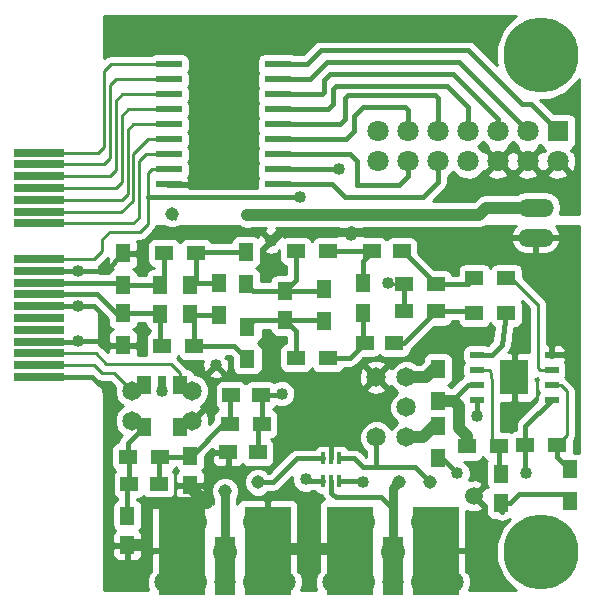
<source format=gtl>
G04 #@! TF.FileFunction,Copper,L1,Top,Signal*
%FSLAX46Y46*%
G04 Gerber Fmt 4.6, Leading zero omitted, Abs format (unit mm)*
G04 Created by KiCad (PCBNEW 4.0.2-4+6225~38~ubuntu14.04.1-stable) date Tue 19 Apr 2016 03:22:28 PM EDT*
%MOMM*%
G01*
G04 APERTURE LIST*
%ADD10C,0.100000*%
%ADD11R,1.800000X1.800000*%
%ADD12C,1.800000*%
%ADD13R,4.200000X0.700000*%
%ADD14R,2.200000X0.600000*%
%ADD15R,1.250000X1.500000*%
%ADD16R,1.500000X1.250000*%
%ADD17R,1.300000X1.500000*%
%ADD18C,1.143000*%
%ADD19R,0.400000X1.000000*%
%ADD20O,3.014980X1.506220*%
%ADD21R,1.800000X5.000000*%
%ADD22R,3.960000X7.543800*%
%ADD23C,2.032000*%
%ADD24R,1.500000X1.300000*%
%ADD25C,1.651000*%
%ADD26C,1.501140*%
%ADD27R,1.143000X0.508000*%
%ADD28R,2.489200X2.997200*%
%ADD29C,6.350000*%
%ADD30C,1.016000*%
%ADD31R,0.762000X1.016000*%
%ADD32R,1.270000X1.524000*%
%ADD33C,0.250000*%
%ADD34C,0.400000*%
%ADD35C,0.780000*%
%ADD36C,1.000000*%
%ADD37C,0.254000*%
G04 APERTURE END LIST*
D10*
D11*
X47480000Y-10404000D03*
D12*
X44940000Y-10404000D03*
X42400000Y-10404000D03*
X39860000Y-10404000D03*
X37320000Y-10404000D03*
X34780000Y-10404000D03*
X47480000Y-12944000D03*
X44940000Y-12944000D03*
X42400000Y-12944000D03*
X39860000Y-12944000D03*
X37320000Y-12944000D03*
X34780000Y-12944000D03*
X32240000Y-12944000D03*
X32240000Y-10404000D03*
D13*
X3550000Y-31200000D03*
X3550000Y-30200000D03*
X3550000Y-29200000D03*
X3550000Y-28200000D03*
X3550000Y-27200000D03*
X3550000Y-26200000D03*
X3550000Y-25200000D03*
X3550000Y-24200000D03*
X3550000Y-23200000D03*
X3550000Y-22200000D03*
X3550000Y-21200000D03*
X3550000Y-18200000D03*
X3550000Y-17200000D03*
X3550000Y-16200000D03*
X3550000Y-15200000D03*
X3550000Y-14200000D03*
X3550000Y-13200000D03*
X3550000Y-12200000D03*
D14*
X14550000Y-4720000D03*
X14550000Y-5990000D03*
X14550000Y-7260000D03*
X14550000Y-8530000D03*
X14550000Y-9800000D03*
X14550000Y-11070000D03*
X14550000Y-12340000D03*
X14550000Y-13610000D03*
X14550000Y-14880000D03*
X23750000Y-4720000D03*
X23750000Y-5990000D03*
X23750000Y-7260000D03*
X23750000Y-8530000D03*
X23750000Y-9800000D03*
X23750000Y-11070000D03*
X23750000Y-12340000D03*
X23750000Y-13610000D03*
X23750000Y-14880000D03*
D15*
X13825000Y-23378000D03*
X13825000Y-25878000D03*
X16365000Y-23378000D03*
X16365000Y-25878000D03*
X24366000Y-23886000D03*
X24366000Y-26386000D03*
X30970000Y-23251000D03*
X30970000Y-25751000D03*
D16*
X34252000Y-20564000D03*
X31752000Y-20564000D03*
X33617000Y-28311000D03*
X31117000Y-28311000D03*
D17*
X10650000Y-28518000D03*
X10650000Y-25818000D03*
X10650000Y-23438000D03*
X10650000Y-20738000D03*
D18*
X36685000Y-40122000D03*
X22080000Y-40122000D03*
X19286000Y-40884000D03*
X34018000Y-40122000D03*
D19*
X28938000Y-38090000D03*
X28288000Y-38090000D03*
X27638000Y-38090000D03*
X27638000Y-40040000D03*
X28288000Y-40040000D03*
X28938000Y-40040000D03*
D18*
X14841000Y-17389000D03*
D20*
X45600400Y-19395600D03*
X45600400Y-16855600D03*
D12*
X28430000Y-48567500D03*
X38590000Y-48567500D03*
D21*
X33510000Y-47187500D03*
D22*
X37130000Y-45925900D03*
X29890000Y-45925900D03*
D23*
X30970000Y-48567500D03*
X36050000Y-48567500D03*
D12*
X33510000Y-48567500D03*
D23*
X36050000Y-43487500D03*
X30970000Y-43487500D03*
X33510000Y-46027500D03*
D12*
X14206000Y-48567500D03*
X24366000Y-48567500D03*
D21*
X19286000Y-47187500D03*
D22*
X22906000Y-45925900D03*
X15666000Y-45925900D03*
D23*
X16746000Y-48567500D03*
X21826000Y-48567500D03*
D12*
X19286000Y-48567500D03*
D23*
X21826000Y-43487500D03*
X16746000Y-43487500D03*
X19286000Y-46027500D03*
D15*
X42654000Y-41880000D03*
X42654000Y-39380000D03*
D17*
X48496000Y-41726000D03*
X48496000Y-39026000D03*
X37320000Y-38043000D03*
X37320000Y-35343000D03*
X37320000Y-30517000D03*
X37320000Y-33217000D03*
D24*
X34446000Y-23358000D03*
X37146000Y-23358000D03*
X37146000Y-25644000D03*
X34446000Y-25644000D03*
X40415000Y-25771000D03*
X43115000Y-25771000D03*
X40415000Y-22850000D03*
X43115000Y-22850000D03*
X47433000Y-36947000D03*
X44733000Y-36947000D03*
X42480000Y-37074000D03*
X39780000Y-37074000D03*
X14126000Y-20691000D03*
X16826000Y-20691000D03*
X16699000Y-28565000D03*
X13999000Y-28565000D03*
D17*
X21064000Y-20611000D03*
X21064000Y-23311000D03*
X21191000Y-29661000D03*
X21191000Y-26961000D03*
D24*
X25302000Y-20564000D03*
X28002000Y-20564000D03*
X25302000Y-29581000D03*
X28002000Y-29581000D03*
D25*
X34653000Y-36312000D03*
X34653000Y-33772000D03*
X34653000Y-31232000D03*
X32113000Y-31232000D03*
X32113000Y-36312000D03*
D26*
X40368000Y-41265000D03*
D27*
X40622000Y-33137000D03*
X40622000Y-31867000D03*
X40622000Y-30597000D03*
X40622000Y-29327000D03*
X46972000Y-29327000D03*
X46972000Y-30597000D03*
X46972000Y-31867000D03*
X46972000Y-33137000D03*
D28*
X43797000Y-31232000D03*
D29*
X46049980Y-3899060D03*
X46049980Y-45999560D03*
D30*
X23223000Y-19675000D03*
X29954000Y-19167000D03*
X18524000Y-30216000D03*
D25*
X16492000Y-32375000D03*
D30*
X13952000Y-32375000D03*
D25*
X11412000Y-32375000D03*
X11412000Y-34915000D03*
X16492000Y-34915000D03*
D31*
X13952000Y-31613000D03*
D32*
X12428000Y-31867000D03*
X15476000Y-31867000D03*
X12428000Y-35423000D03*
X15476000Y-35423000D03*
D15*
X11031000Y-42936000D03*
X11031000Y-45436000D03*
X16365000Y-37856000D03*
X16365000Y-40356000D03*
D16*
X22060000Y-37582000D03*
X19560000Y-37582000D03*
D24*
X11078000Y-37963000D03*
X13778000Y-37963000D03*
X19714000Y-35169000D03*
X22414000Y-35169000D03*
D16*
X13678000Y-40249000D03*
X11178000Y-40249000D03*
X22314000Y-32756000D03*
X19814000Y-32756000D03*
D17*
X18778000Y-25978000D03*
X18778000Y-23278000D03*
X27668000Y-26486000D03*
X27668000Y-23786000D03*
D30*
X26144000Y-39868000D03*
X25636000Y-15992000D03*
X6850000Y-25200000D03*
X6840000Y-28184000D03*
X6850000Y-22200000D03*
X33129000Y-23231000D03*
X30970000Y-40122000D03*
X19540000Y-12740800D03*
X28938000Y-13579000D03*
X21191000Y-17516000D03*
X44813000Y-39360000D03*
X38971000Y-39360000D03*
X40622000Y-34534000D03*
X24112000Y-32629000D03*
D33*
X11412000Y-32375000D02*
X11920000Y-32375000D01*
X11920000Y-32375000D02*
X12428000Y-31867000D01*
X3550000Y-30200000D02*
X8221000Y-30200000D01*
X9888000Y-30851000D02*
X11412000Y-32375000D01*
X8872000Y-30851000D02*
X9888000Y-30851000D01*
X8221000Y-30200000D02*
X8872000Y-30851000D01*
X3550000Y-29200000D02*
X8364000Y-29200000D01*
X15476000Y-30851000D02*
X15476000Y-31359000D01*
X14714000Y-30089000D02*
X15476000Y-30851000D01*
X9253000Y-30089000D02*
X14714000Y-30089000D01*
X8364000Y-29200000D02*
X9253000Y-30089000D01*
X15476000Y-31359000D02*
X16492000Y-32375000D01*
D34*
X27638000Y-40040000D02*
X26316000Y-40040000D01*
X26144000Y-39868000D02*
X26316000Y-40040000D01*
X25636000Y-15992000D02*
X12783600Y-15992000D01*
D33*
X3550000Y-21200000D02*
X8236000Y-21200000D01*
X13133600Y-13610000D02*
X14550000Y-13610000D01*
X12783600Y-13960000D02*
X13133600Y-13610000D01*
X12783600Y-18227200D02*
X12783600Y-15992000D01*
X12783600Y-15992000D02*
X12783600Y-13960000D01*
X12072400Y-18938400D02*
X12783600Y-18227200D01*
X9532400Y-18938400D02*
X12072400Y-18938400D01*
X8922800Y-19548000D02*
X9532400Y-18938400D01*
X8922800Y-20513200D02*
X8922800Y-19548000D01*
X8236000Y-21200000D02*
X8922800Y-20513200D01*
X12050000Y-17700000D02*
X12050000Y-12900000D01*
X12610000Y-12340000D02*
X14550000Y-12340000D01*
X12050000Y-12900000D02*
X12610000Y-12340000D01*
X3550000Y-18200000D02*
X11550000Y-18200000D01*
X11550000Y-18200000D02*
X12050000Y-17700000D01*
X3550000Y-17200000D02*
X10521500Y-17200000D01*
X12778000Y-11070000D02*
X14550000Y-11070000D01*
X11539000Y-12309000D02*
X12778000Y-11070000D01*
X11539000Y-16309500D02*
X11539000Y-12309000D01*
X10521500Y-17200000D02*
X11539000Y-16309500D01*
X3550000Y-16200000D02*
X10550000Y-16200000D01*
X11050000Y-15700000D02*
X11050000Y-10300000D01*
X10550000Y-16200000D02*
X11050000Y-15700000D01*
X11550000Y-9800000D02*
X14550000Y-9800000D01*
X11050000Y-10300000D02*
X11550000Y-9800000D01*
X3550000Y-15200000D02*
X10050000Y-15200000D01*
X10050000Y-15200000D02*
X10550000Y-14700000D01*
X10550000Y-14700000D02*
X10550000Y-9100000D01*
X11120000Y-8530000D02*
X14550000Y-8530000D01*
X10550000Y-9100000D02*
X11120000Y-8530000D01*
X10050000Y-13700000D02*
X10050000Y-7800000D01*
X9550000Y-14200000D02*
X10050000Y-13700000D01*
X3550000Y-14200000D02*
X9550000Y-14200000D01*
X10590000Y-7260000D02*
X14550000Y-7260000D01*
X10050000Y-7800000D02*
X10590000Y-7260000D01*
X9550000Y-12700000D02*
X9550000Y-6500000D01*
X9050000Y-13200000D02*
X9550000Y-12700000D01*
X3550000Y-13200000D02*
X9050000Y-13200000D01*
X10060000Y-5990000D02*
X14550000Y-5990000D01*
X9550000Y-6500000D02*
X10060000Y-5990000D01*
X9050000Y-11700000D02*
X9050000Y-5300000D01*
X8550000Y-12200000D02*
X9050000Y-11700000D01*
X3550000Y-12200000D02*
X8550000Y-12200000D01*
X9630000Y-4720000D02*
X14550000Y-4720000D01*
X9050000Y-5300000D02*
X9630000Y-4720000D01*
D35*
X29954000Y-19167000D02*
X29954000Y-18786000D01*
X29954000Y-18786000D02*
X29827000Y-18913000D01*
X29827000Y-18913000D02*
X23985000Y-18913000D01*
X23985000Y-18913000D02*
X23223000Y-19675000D01*
X42019000Y-19548000D02*
X41511000Y-19548000D01*
X40876000Y-18913000D02*
X30208000Y-18913000D01*
X41511000Y-19548000D02*
X40876000Y-18913000D01*
X30208000Y-18913000D02*
X29954000Y-19167000D01*
D34*
X16492000Y-34915000D02*
X15984000Y-34915000D01*
X15984000Y-34915000D02*
X15476000Y-35423000D01*
D36*
X16365000Y-40503000D02*
X16365000Y-40356000D01*
X17762000Y-41900000D02*
X16365000Y-40503000D01*
X12682000Y-41900000D02*
X17762000Y-41900000D01*
X12682000Y-45289000D02*
X12682000Y-41900000D01*
X12535000Y-45436000D02*
X12682000Y-45289000D01*
X11031000Y-45436000D02*
X12535000Y-45436000D01*
D34*
X3550000Y-31200000D02*
X8078000Y-31200000D01*
X9380000Y-32502000D02*
X9380000Y-34280000D01*
X8078000Y-31200000D02*
X9380000Y-32502000D01*
D36*
X26448800Y-45760800D02*
X23071100Y-45760800D01*
X23071100Y-45760800D02*
X22906000Y-45925900D01*
X26448800Y-45760800D02*
X29724900Y-45760800D01*
X29724900Y-45760800D02*
X29890000Y-45925900D01*
D34*
X6850000Y-25200000D02*
X8174000Y-25200000D01*
X3550000Y-25200000D02*
X6850000Y-25200000D01*
X8174000Y-25200000D02*
X9227600Y-26253600D01*
X9075200Y-28184000D02*
X6840000Y-28184000D01*
X6824000Y-28200000D02*
X6840000Y-28184000D01*
X6824000Y-28200000D02*
X3550000Y-28200000D01*
X6850000Y-22200000D02*
X9188000Y-22200000D01*
X3550000Y-22200000D02*
X6850000Y-22200000D01*
X9188000Y-22200000D02*
X10650000Y-20738000D01*
X28288000Y-38090000D02*
X28288000Y-36424000D01*
X28288000Y-36424000D02*
X28176000Y-36312000D01*
X13825000Y-23378000D02*
X10710000Y-23378000D01*
X10710000Y-23378000D02*
X10650000Y-23438000D01*
X14126000Y-20691000D02*
X14126000Y-23077000D01*
X14126000Y-23077000D02*
X13825000Y-23378000D01*
X3550000Y-23200000D02*
X10412000Y-23200000D01*
X10412000Y-23200000D02*
X10650000Y-23438000D01*
X18778000Y-23278000D02*
X16465000Y-23278000D01*
X16465000Y-23278000D02*
X16365000Y-23378000D01*
X16826000Y-20691000D02*
X16826000Y-22917000D01*
X16826000Y-22917000D02*
X16365000Y-23378000D01*
X21064000Y-20611000D02*
X16906000Y-20611000D01*
X16906000Y-20611000D02*
X16826000Y-20691000D01*
X24366000Y-23886000D02*
X27568000Y-23886000D01*
X27568000Y-23886000D02*
X27668000Y-23786000D01*
X24366000Y-23886000D02*
X21639000Y-23886000D01*
X21639000Y-23886000D02*
X21064000Y-23311000D01*
X25302000Y-20564000D02*
X25302000Y-22950000D01*
X25302000Y-22950000D02*
X24366000Y-23886000D01*
D33*
X33256000Y-23358000D02*
X34446000Y-23358000D01*
X33129000Y-23231000D02*
X33256000Y-23358000D01*
D34*
X34446000Y-23358000D02*
X34446000Y-24501000D01*
X34446000Y-24501000D02*
X34446000Y-25644000D01*
D33*
X15037800Y-17784200D02*
X15106000Y-17208000D01*
D34*
X30888000Y-40040000D02*
X28938000Y-40040000D01*
X30970000Y-40122000D02*
X30888000Y-40040000D01*
X14550000Y-14880000D02*
X17400800Y-14880000D01*
X17400800Y-14880000D02*
X19540000Y-12740800D01*
X39606000Y-3546000D02*
X39860000Y-3546000D01*
X26240000Y-4720000D02*
X27414000Y-3546000D01*
X27414000Y-3546000D02*
X39606000Y-3546000D01*
X23750000Y-4720000D02*
X26240000Y-4720000D01*
X45194000Y-8118000D02*
X47480000Y-10404000D01*
X44432000Y-8118000D02*
X45194000Y-8118000D01*
X39860000Y-3546000D02*
X44432000Y-8118000D01*
X23750000Y-5990000D02*
X26494000Y-5990000D01*
X39098000Y-4562000D02*
X44940000Y-10404000D01*
X27922000Y-4562000D02*
X39098000Y-4562000D01*
X27414000Y-5070000D02*
X27922000Y-4562000D01*
X26494000Y-5990000D02*
X27414000Y-5070000D01*
X23750000Y-7260000D02*
X27510000Y-7260000D01*
X42400000Y-9388000D02*
X42400000Y-10404000D01*
X38590000Y-5578000D02*
X42400000Y-9388000D01*
X28176000Y-5578000D02*
X38590000Y-5578000D01*
X27668000Y-6086000D02*
X28176000Y-5578000D01*
X27668000Y-7102000D02*
X27668000Y-6086000D01*
X27510000Y-7260000D02*
X27668000Y-7102000D01*
X23750000Y-8530000D02*
X28018000Y-8530000D01*
X39860000Y-8372000D02*
X39860000Y-10404000D01*
X38082000Y-6594000D02*
X39860000Y-8372000D01*
X28684000Y-6594000D02*
X38082000Y-6594000D01*
X28430000Y-6848000D02*
X28684000Y-6594000D01*
X28430000Y-8118000D02*
X28430000Y-6848000D01*
X28018000Y-8530000D02*
X28430000Y-8118000D01*
X23750000Y-13610000D02*
X28907000Y-13610000D01*
X28907000Y-13610000D02*
X28938000Y-13579000D01*
X23750000Y-9800000D02*
X29034000Y-9800000D01*
X37320000Y-7610000D02*
X37320000Y-10404000D01*
X37066000Y-7356000D02*
X37320000Y-7610000D01*
X29700000Y-7356000D02*
X37066000Y-7356000D01*
X29446000Y-7610000D02*
X29700000Y-7356000D01*
X29446000Y-9388000D02*
X29446000Y-7610000D01*
X29034000Y-9800000D02*
X29446000Y-9388000D01*
X23750000Y-11070000D02*
X29542000Y-11070000D01*
X34780000Y-8626000D02*
X34780000Y-10404000D01*
X34526000Y-8372000D02*
X34780000Y-8626000D01*
X30970000Y-8372000D02*
X34526000Y-8372000D01*
X30208000Y-9134000D02*
X30970000Y-8372000D01*
X30208000Y-10404000D02*
X30208000Y-9134000D01*
X29542000Y-11070000D02*
X30208000Y-10404000D01*
X23750000Y-14880000D02*
X28334000Y-14880000D01*
X37320000Y-14722000D02*
X37320000Y-12944000D01*
X36050000Y-15992000D02*
X37320000Y-14722000D01*
X29446000Y-15992000D02*
X36050000Y-15992000D01*
X28334000Y-14880000D02*
X29446000Y-15992000D01*
D33*
X23750000Y-14880000D02*
X23889000Y-14880000D01*
X23750000Y-14880000D02*
X24524000Y-14880000D01*
D34*
X23750000Y-14880000D02*
X23930000Y-14880000D01*
X23750000Y-14880000D02*
X23830000Y-14880000D01*
X23750000Y-12340000D02*
X29858000Y-12340000D01*
X34780000Y-14214000D02*
X34780000Y-12944000D01*
X34018000Y-14976000D02*
X34780000Y-14214000D01*
X30462000Y-14976000D02*
X34018000Y-14976000D01*
X30462000Y-12944000D02*
X30462000Y-14976000D01*
X29858000Y-12340000D02*
X30462000Y-12944000D01*
X13825000Y-25878000D02*
X13825000Y-28391000D01*
X13825000Y-28391000D02*
X13999000Y-28565000D01*
X10650000Y-25818000D02*
X13765000Y-25818000D01*
X13765000Y-25818000D02*
X13825000Y-25878000D01*
X10062000Y-25818000D02*
X10650000Y-25818000D01*
X8444000Y-24200000D02*
X10062000Y-25818000D01*
X3550000Y-24200000D02*
X8444000Y-24200000D01*
X16699000Y-28565000D02*
X16699000Y-26212000D01*
X16699000Y-26212000D02*
X16365000Y-25878000D01*
X18778000Y-25978000D02*
X16465000Y-25978000D01*
X16465000Y-25978000D02*
X16365000Y-25878000D01*
X16699000Y-28565000D02*
X20095000Y-28565000D01*
X20095000Y-28565000D02*
X21191000Y-29661000D01*
X24366000Y-26386000D02*
X27568000Y-26386000D01*
X27568000Y-26386000D02*
X27668000Y-26486000D01*
X24366000Y-26386000D02*
X21766000Y-26386000D01*
X21766000Y-26386000D02*
X21191000Y-26961000D01*
X25302000Y-29581000D02*
X25302000Y-27322000D01*
X25302000Y-27322000D02*
X24366000Y-26386000D01*
X30970000Y-23251000D02*
X30970000Y-21346000D01*
X30970000Y-21346000D02*
X31752000Y-20564000D01*
X28002000Y-20564000D02*
X31752000Y-20564000D01*
X30970000Y-25751000D02*
X30970000Y-28164000D01*
X30970000Y-28164000D02*
X31117000Y-28311000D01*
X28002000Y-29581000D02*
X29847000Y-29581000D01*
X29847000Y-29581000D02*
X31117000Y-28311000D01*
X37146000Y-23358000D02*
X39907000Y-23358000D01*
X39907000Y-23358000D02*
X40415000Y-22850000D01*
X34252000Y-20564000D02*
X34352000Y-20564000D01*
X34352000Y-20564000D02*
X37146000Y-23358000D01*
X37146000Y-25644000D02*
X40288000Y-25644000D01*
X34479000Y-28311000D02*
X37146000Y-25644000D01*
X33617000Y-28311000D02*
X34479000Y-28311000D01*
X40288000Y-25644000D02*
X40415000Y-25771000D01*
D36*
X41434800Y-16855600D02*
X45600400Y-16855600D01*
X40825200Y-17465200D02*
X41434800Y-16855600D01*
X21216400Y-17465200D02*
X40825200Y-17465200D01*
X21191000Y-17516000D02*
X21216400Y-17465200D01*
D34*
X42734000Y-28485000D02*
X43115000Y-25771000D01*
X41892000Y-29327000D02*
X42734000Y-28485000D01*
X40622000Y-29327000D02*
X41892000Y-29327000D01*
X37654000Y-38043000D02*
X38971000Y-39360000D01*
X44733000Y-39280000D02*
X44733000Y-36947000D01*
X44813000Y-39360000D02*
X44733000Y-39280000D01*
X44733000Y-36947000D02*
X44733000Y-35376000D01*
X44733000Y-35376000D02*
X46972000Y-33137000D01*
X37320000Y-38043000D02*
X37654000Y-38043000D01*
D33*
X45194000Y-36486000D02*
X44733000Y-36947000D01*
D34*
X13952000Y-32375000D02*
X13952000Y-31613000D01*
X27638000Y-38090000D02*
X25382000Y-38090000D01*
X23350000Y-40122000D02*
X22080000Y-40122000D01*
X25382000Y-38090000D02*
X23350000Y-40122000D01*
X40622000Y-33137000D02*
X40622000Y-34534000D01*
D35*
X33510000Y-42916000D02*
X33510000Y-40630000D01*
X33510000Y-40630000D02*
X34018000Y-40122000D01*
X33510000Y-42916000D02*
X33510000Y-47187500D01*
D34*
X28288000Y-40040000D02*
X28288000Y-40996000D01*
X32494000Y-41392000D02*
X33510000Y-42408000D01*
X28684000Y-41392000D02*
X32494000Y-41392000D01*
X28288000Y-40996000D02*
X28684000Y-41392000D01*
X33510000Y-42408000D02*
X33510000Y-42916000D01*
D35*
X19286000Y-40884000D02*
X19286000Y-47187500D01*
X19286000Y-47187500D02*
X19286000Y-48504000D01*
D34*
X32113000Y-36312000D02*
X32113000Y-38852000D01*
X28938000Y-38090000D02*
X30208000Y-38090000D01*
X35415000Y-38852000D02*
X36685000Y-40122000D01*
X30970000Y-38852000D02*
X32113000Y-38852000D01*
X32113000Y-38852000D02*
X35415000Y-38852000D01*
X30208000Y-38090000D02*
X30970000Y-38852000D01*
X42654000Y-41880000D02*
X43436000Y-41880000D01*
X44178000Y-41138000D02*
X47908000Y-41138000D01*
X43436000Y-41880000D02*
X44178000Y-41138000D01*
X47908000Y-41138000D02*
X48496000Y-41726000D01*
X42754000Y-42615000D02*
X42654000Y-42515000D01*
X42480000Y-37074000D02*
X42480000Y-39206000D01*
X42480000Y-39206000D02*
X42654000Y-39380000D01*
X42480000Y-39206000D02*
X42654000Y-39380000D01*
D33*
X40622000Y-30597000D02*
X41765000Y-30597000D01*
X41908500Y-31566000D02*
X41908500Y-37328000D01*
X41765000Y-30597000D02*
X41908500Y-31566000D01*
D36*
X37320000Y-35343000D02*
X37019000Y-35343000D01*
X37019000Y-35343000D02*
X36050000Y-36312000D01*
X36050000Y-36312000D02*
X34653000Y-36312000D01*
X37320000Y-30517000D02*
X37019000Y-30517000D01*
X37019000Y-30517000D02*
X36304000Y-31232000D01*
X36304000Y-31232000D02*
X34653000Y-31232000D01*
D34*
X47433000Y-36947000D02*
X47433000Y-37963000D01*
X47433000Y-37963000D02*
X48496000Y-39026000D01*
D33*
X46972000Y-31867000D02*
X47734000Y-31867000D01*
X48242000Y-36138000D02*
X47433000Y-36947000D01*
X48242000Y-32375000D02*
X48242000Y-36138000D01*
X47734000Y-31867000D02*
X48242000Y-32375000D01*
D34*
X40622000Y-31867000D02*
X39860000Y-31867000D01*
X39860000Y-31867000D02*
X38510000Y-33217000D01*
D36*
X37320000Y-33217000D02*
X38510000Y-33217000D01*
X38510000Y-33217000D02*
X38670000Y-33217000D01*
X39780000Y-36232000D02*
X39780000Y-37074000D01*
X39098000Y-35550000D02*
X39780000Y-36232000D01*
X39098000Y-33645000D02*
X39098000Y-35550000D01*
X38670000Y-33217000D02*
X39098000Y-33645000D01*
D34*
X39780000Y-37074000D02*
X39780000Y-36486000D01*
D33*
X43115000Y-22850000D02*
X43543000Y-22850000D01*
X43543000Y-22850000D02*
X45765500Y-25072500D01*
X46972000Y-30597000D02*
X45956000Y-30597000D01*
X45765500Y-30406500D02*
X45765500Y-25072500D01*
X45765500Y-25072500D02*
X45765500Y-25009000D01*
X45956000Y-30597000D02*
X45765500Y-30406500D01*
D34*
X23985000Y-32756000D02*
X22314000Y-32756000D01*
X24112000Y-32629000D02*
X23985000Y-32756000D01*
X22334000Y-32756000D02*
X22314000Y-32756000D01*
X22414000Y-35169000D02*
X22414000Y-32856000D01*
X22414000Y-32856000D02*
X22314000Y-32756000D01*
X22060000Y-37582000D02*
X22060000Y-35523000D01*
X22060000Y-35523000D02*
X22414000Y-35169000D01*
X11078000Y-37963000D02*
X11078000Y-36773000D01*
X11078000Y-36773000D02*
X12428000Y-35423000D01*
X11178000Y-40249000D02*
X11178000Y-38063000D01*
X11178000Y-38063000D02*
X11078000Y-37963000D01*
X11031000Y-42936000D02*
X11031000Y-40396000D01*
X11031000Y-40396000D02*
X11178000Y-40249000D01*
D33*
X12428000Y-35423000D02*
X11920000Y-35423000D01*
X11920000Y-35423000D02*
X11412000Y-34915000D01*
D34*
X19714000Y-35169000D02*
X19714000Y-32856000D01*
X19714000Y-32856000D02*
X19814000Y-32756000D01*
X16365000Y-37856000D02*
X16472000Y-37856000D01*
X16472000Y-37856000D02*
X19159000Y-35169000D01*
X19159000Y-35169000D02*
X19714000Y-35169000D01*
X13778000Y-37963000D02*
X16258000Y-37963000D01*
X16258000Y-37963000D02*
X16365000Y-37856000D01*
X13678000Y-40249000D02*
X13678000Y-38063000D01*
X13678000Y-38063000D02*
X13778000Y-37963000D01*
D37*
G36*
X49305000Y-17389000D02*
X47677735Y-17389000D01*
X47679200Y-17386807D01*
X47784864Y-16855600D01*
X47679200Y-16324393D01*
X47378296Y-15874058D01*
X46927961Y-15573154D01*
X46396754Y-15467490D01*
X44804046Y-15467490D01*
X44272839Y-15573154D01*
X44052170Y-15720600D01*
X41434800Y-15720600D01*
X41000455Y-15806996D01*
X40632234Y-16053034D01*
X40355068Y-16330200D01*
X36892668Y-16330200D01*
X37910434Y-15312434D01*
X37964178Y-15232000D01*
X38091439Y-15041541D01*
X38155000Y-14722000D01*
X38155000Y-14259857D01*
X38188371Y-14246068D01*
X38590323Y-13844818D01*
X38989357Y-14244551D01*
X39553330Y-14478733D01*
X40163991Y-14479265D01*
X40728371Y-14246068D01*
X40950668Y-14024159D01*
X41499446Y-14024159D01*
X41585852Y-14280643D01*
X42159336Y-14490458D01*
X42769460Y-14464839D01*
X43214148Y-14280643D01*
X43300554Y-14024159D01*
X44039446Y-14024159D01*
X44125852Y-14280643D01*
X44699336Y-14490458D01*
X45309460Y-14464839D01*
X45754148Y-14280643D01*
X45840554Y-14024159D01*
X46579446Y-14024159D01*
X46665852Y-14280643D01*
X47239336Y-14490458D01*
X47849460Y-14464839D01*
X48294148Y-14280643D01*
X48380554Y-14024159D01*
X47480000Y-13123605D01*
X46579446Y-14024159D01*
X45840554Y-14024159D01*
X44940000Y-13123605D01*
X44039446Y-14024159D01*
X43300554Y-14024159D01*
X42400000Y-13123605D01*
X41499446Y-14024159D01*
X40950668Y-14024159D01*
X41160551Y-13814643D01*
X41169203Y-13793806D01*
X41319841Y-13844554D01*
X42220395Y-12944000D01*
X42579605Y-12944000D01*
X43480159Y-13844554D01*
X43670000Y-13780599D01*
X43859841Y-13844554D01*
X44760395Y-12944000D01*
X43859841Y-12043446D01*
X43670000Y-12107401D01*
X43480159Y-12043446D01*
X42579605Y-12944000D01*
X42220395Y-12944000D01*
X41319841Y-12043446D01*
X41169673Y-12094035D01*
X41162068Y-12075629D01*
X40760818Y-11673677D01*
X41130323Y-11304818D01*
X41529357Y-11704551D01*
X41550194Y-11713203D01*
X41499446Y-11863841D01*
X42400000Y-12764395D01*
X43300554Y-11863841D01*
X43249965Y-11713673D01*
X43268371Y-11706068D01*
X43670323Y-11304818D01*
X44069357Y-11704551D01*
X44090194Y-11713203D01*
X44039446Y-11863841D01*
X44940000Y-12764395D01*
X45840554Y-11863841D01*
X45789965Y-11713673D01*
X45808371Y-11706068D01*
X45976613Y-11538120D01*
X45976838Y-11539317D01*
X46115910Y-11755441D01*
X46319574Y-11894598D01*
X46285282Y-11928890D01*
X46399839Y-12043447D01*
X46210000Y-12107401D01*
X46020159Y-12043446D01*
X45119605Y-12944000D01*
X46020159Y-13844554D01*
X46210000Y-13780599D01*
X46399841Y-13844554D01*
X47300395Y-12944000D01*
X47286253Y-12929858D01*
X47465858Y-12750253D01*
X47480000Y-12764395D01*
X47494143Y-12750253D01*
X47673748Y-12929858D01*
X47659605Y-12944000D01*
X48560159Y-13844554D01*
X48816643Y-13758148D01*
X49026458Y-13184664D01*
X49000839Y-12574540D01*
X48816643Y-12129852D01*
X48560161Y-12043447D01*
X48674718Y-11928890D01*
X48638240Y-11892412D01*
X48831441Y-11768090D01*
X48976431Y-11555890D01*
X49027440Y-11304000D01*
X49027440Y-9504000D01*
X48983162Y-9268683D01*
X48844090Y-9052559D01*
X48631890Y-8907569D01*
X48380000Y-8856560D01*
X47113428Y-8856560D01*
X45965856Y-7708988D01*
X46804511Y-7709720D01*
X48205352Y-7130904D01*
X49278057Y-6060069D01*
X49305000Y-5995183D01*
X49305000Y-17389000D01*
X49305000Y-17389000D01*
G37*
X49305000Y-17389000D02*
X47677735Y-17389000D01*
X47679200Y-17386807D01*
X47784864Y-16855600D01*
X47679200Y-16324393D01*
X47378296Y-15874058D01*
X46927961Y-15573154D01*
X46396754Y-15467490D01*
X44804046Y-15467490D01*
X44272839Y-15573154D01*
X44052170Y-15720600D01*
X41434800Y-15720600D01*
X41000455Y-15806996D01*
X40632234Y-16053034D01*
X40355068Y-16330200D01*
X36892668Y-16330200D01*
X37910434Y-15312434D01*
X37964178Y-15232000D01*
X38091439Y-15041541D01*
X38155000Y-14722000D01*
X38155000Y-14259857D01*
X38188371Y-14246068D01*
X38590323Y-13844818D01*
X38989357Y-14244551D01*
X39553330Y-14478733D01*
X40163991Y-14479265D01*
X40728371Y-14246068D01*
X40950668Y-14024159D01*
X41499446Y-14024159D01*
X41585852Y-14280643D01*
X42159336Y-14490458D01*
X42769460Y-14464839D01*
X43214148Y-14280643D01*
X43300554Y-14024159D01*
X44039446Y-14024159D01*
X44125852Y-14280643D01*
X44699336Y-14490458D01*
X45309460Y-14464839D01*
X45754148Y-14280643D01*
X45840554Y-14024159D01*
X46579446Y-14024159D01*
X46665852Y-14280643D01*
X47239336Y-14490458D01*
X47849460Y-14464839D01*
X48294148Y-14280643D01*
X48380554Y-14024159D01*
X47480000Y-13123605D01*
X46579446Y-14024159D01*
X45840554Y-14024159D01*
X44940000Y-13123605D01*
X44039446Y-14024159D01*
X43300554Y-14024159D01*
X42400000Y-13123605D01*
X41499446Y-14024159D01*
X40950668Y-14024159D01*
X41160551Y-13814643D01*
X41169203Y-13793806D01*
X41319841Y-13844554D01*
X42220395Y-12944000D01*
X42579605Y-12944000D01*
X43480159Y-13844554D01*
X43670000Y-13780599D01*
X43859841Y-13844554D01*
X44760395Y-12944000D01*
X43859841Y-12043446D01*
X43670000Y-12107401D01*
X43480159Y-12043446D01*
X42579605Y-12944000D01*
X42220395Y-12944000D01*
X41319841Y-12043446D01*
X41169673Y-12094035D01*
X41162068Y-12075629D01*
X40760818Y-11673677D01*
X41130323Y-11304818D01*
X41529357Y-11704551D01*
X41550194Y-11713203D01*
X41499446Y-11863841D01*
X42400000Y-12764395D01*
X43300554Y-11863841D01*
X43249965Y-11713673D01*
X43268371Y-11706068D01*
X43670323Y-11304818D01*
X44069357Y-11704551D01*
X44090194Y-11713203D01*
X44039446Y-11863841D01*
X44940000Y-12764395D01*
X45840554Y-11863841D01*
X45789965Y-11713673D01*
X45808371Y-11706068D01*
X45976613Y-11538120D01*
X45976838Y-11539317D01*
X46115910Y-11755441D01*
X46319574Y-11894598D01*
X46285282Y-11928890D01*
X46399839Y-12043447D01*
X46210000Y-12107401D01*
X46020159Y-12043446D01*
X45119605Y-12944000D01*
X46020159Y-13844554D01*
X46210000Y-13780599D01*
X46399841Y-13844554D01*
X47300395Y-12944000D01*
X47286253Y-12929858D01*
X47465858Y-12750253D01*
X47480000Y-12764395D01*
X47494143Y-12750253D01*
X47673748Y-12929858D01*
X47659605Y-12944000D01*
X48560159Y-13844554D01*
X48816643Y-13758148D01*
X49026458Y-13184664D01*
X49000839Y-12574540D01*
X48816643Y-12129852D01*
X48560161Y-12043447D01*
X48674718Y-11928890D01*
X48638240Y-11892412D01*
X48831441Y-11768090D01*
X48976431Y-11555890D01*
X49027440Y-11304000D01*
X49027440Y-9504000D01*
X48983162Y-9268683D01*
X48844090Y-9052559D01*
X48631890Y-8907569D01*
X48380000Y-8856560D01*
X47113428Y-8856560D01*
X45965856Y-7708988D01*
X46804511Y-7709720D01*
X48205352Y-7130904D01*
X49278057Y-6060069D01*
X49305000Y-5995183D01*
X49305000Y-17389000D01*
G36*
X43894608Y-667216D02*
X42821903Y-1738051D01*
X42240643Y-3137879D01*
X42239320Y-4653591D01*
X42303298Y-4808430D01*
X40450434Y-2955566D01*
X40179541Y-2774561D01*
X39860000Y-2711000D01*
X27414000Y-2711000D01*
X27094460Y-2774560D01*
X26823566Y-2955566D01*
X25894132Y-3885000D01*
X25191797Y-3885000D01*
X25101890Y-3823569D01*
X24850000Y-3772560D01*
X22650000Y-3772560D01*
X22414683Y-3816838D01*
X22198559Y-3955910D01*
X22053569Y-4168110D01*
X22002560Y-4420000D01*
X22002560Y-5020000D01*
X22046838Y-5255317D01*
X22110678Y-5354528D01*
X22053569Y-5438110D01*
X22002560Y-5690000D01*
X22002560Y-6290000D01*
X22046838Y-6525317D01*
X22110678Y-6624528D01*
X22053569Y-6708110D01*
X22002560Y-6960000D01*
X22002560Y-7560000D01*
X22046838Y-7795317D01*
X22110678Y-7894528D01*
X22053569Y-7978110D01*
X22002560Y-8230000D01*
X22002560Y-8830000D01*
X22046838Y-9065317D01*
X22110678Y-9164528D01*
X22053569Y-9248110D01*
X22002560Y-9500000D01*
X22002560Y-10100000D01*
X22046838Y-10335317D01*
X22110678Y-10434528D01*
X22053569Y-10518110D01*
X22002560Y-10770000D01*
X22002560Y-11370000D01*
X22046838Y-11605317D01*
X22110678Y-11704528D01*
X22053569Y-11788110D01*
X22002560Y-12040000D01*
X22002560Y-12640000D01*
X22046838Y-12875317D01*
X22110678Y-12974528D01*
X22053569Y-13058110D01*
X22002560Y-13310000D01*
X22002560Y-13910000D01*
X22046838Y-14145317D01*
X22110678Y-14244528D01*
X22053569Y-14328110D01*
X22002560Y-14580000D01*
X22002560Y-15157000D01*
X16276250Y-15157000D01*
X16126250Y-15007000D01*
X14677000Y-15007000D01*
X14677000Y-15027000D01*
X14423000Y-15027000D01*
X14423000Y-15007000D01*
X14403000Y-15007000D01*
X14403000Y-14753000D01*
X14423000Y-14753000D01*
X14423000Y-14733000D01*
X14677000Y-14733000D01*
X14677000Y-14753000D01*
X16126250Y-14753000D01*
X16285000Y-14594250D01*
X16285000Y-14453690D01*
X16195194Y-14236878D01*
X16246431Y-14161890D01*
X16297440Y-13910000D01*
X16297440Y-13310000D01*
X16253162Y-13074683D01*
X16189322Y-12975472D01*
X16246431Y-12891890D01*
X16297440Y-12640000D01*
X16297440Y-12040000D01*
X16253162Y-11804683D01*
X16189322Y-11705472D01*
X16246431Y-11621890D01*
X16297440Y-11370000D01*
X16297440Y-10770000D01*
X16253162Y-10534683D01*
X16189322Y-10435472D01*
X16246431Y-10351890D01*
X16297440Y-10100000D01*
X16297440Y-9500000D01*
X16253162Y-9264683D01*
X16189322Y-9165472D01*
X16246431Y-9081890D01*
X16297440Y-8830000D01*
X16297440Y-8230000D01*
X16253162Y-7994683D01*
X16189322Y-7895472D01*
X16246431Y-7811890D01*
X16297440Y-7560000D01*
X16297440Y-6960000D01*
X16253162Y-6724683D01*
X16189322Y-6625472D01*
X16246431Y-6541890D01*
X16297440Y-6290000D01*
X16297440Y-5690000D01*
X16253162Y-5454683D01*
X16189322Y-5355472D01*
X16246431Y-5271890D01*
X16297440Y-5020000D01*
X16297440Y-4420000D01*
X16253162Y-4184683D01*
X16114090Y-3968559D01*
X15901890Y-3823569D01*
X15650000Y-3772560D01*
X13450000Y-3772560D01*
X13214683Y-3816838D01*
X12998559Y-3955910D01*
X12995764Y-3960000D01*
X9630000Y-3960000D01*
X9339161Y-4017852D01*
X9095000Y-4180995D01*
X9095000Y-645000D01*
X43948375Y-645000D01*
X43894608Y-667216D01*
X43894608Y-667216D01*
G37*
X43894608Y-667216D02*
X42821903Y-1738051D01*
X42240643Y-3137879D01*
X42239320Y-4653591D01*
X42303298Y-4808430D01*
X40450434Y-2955566D01*
X40179541Y-2774561D01*
X39860000Y-2711000D01*
X27414000Y-2711000D01*
X27094460Y-2774560D01*
X26823566Y-2955566D01*
X25894132Y-3885000D01*
X25191797Y-3885000D01*
X25101890Y-3823569D01*
X24850000Y-3772560D01*
X22650000Y-3772560D01*
X22414683Y-3816838D01*
X22198559Y-3955910D01*
X22053569Y-4168110D01*
X22002560Y-4420000D01*
X22002560Y-5020000D01*
X22046838Y-5255317D01*
X22110678Y-5354528D01*
X22053569Y-5438110D01*
X22002560Y-5690000D01*
X22002560Y-6290000D01*
X22046838Y-6525317D01*
X22110678Y-6624528D01*
X22053569Y-6708110D01*
X22002560Y-6960000D01*
X22002560Y-7560000D01*
X22046838Y-7795317D01*
X22110678Y-7894528D01*
X22053569Y-7978110D01*
X22002560Y-8230000D01*
X22002560Y-8830000D01*
X22046838Y-9065317D01*
X22110678Y-9164528D01*
X22053569Y-9248110D01*
X22002560Y-9500000D01*
X22002560Y-10100000D01*
X22046838Y-10335317D01*
X22110678Y-10434528D01*
X22053569Y-10518110D01*
X22002560Y-10770000D01*
X22002560Y-11370000D01*
X22046838Y-11605317D01*
X22110678Y-11704528D01*
X22053569Y-11788110D01*
X22002560Y-12040000D01*
X22002560Y-12640000D01*
X22046838Y-12875317D01*
X22110678Y-12974528D01*
X22053569Y-13058110D01*
X22002560Y-13310000D01*
X22002560Y-13910000D01*
X22046838Y-14145317D01*
X22110678Y-14244528D01*
X22053569Y-14328110D01*
X22002560Y-14580000D01*
X22002560Y-15157000D01*
X16276250Y-15157000D01*
X16126250Y-15007000D01*
X14677000Y-15007000D01*
X14677000Y-15027000D01*
X14423000Y-15027000D01*
X14423000Y-15007000D01*
X14403000Y-15007000D01*
X14403000Y-14753000D01*
X14423000Y-14753000D01*
X14423000Y-14733000D01*
X14677000Y-14733000D01*
X14677000Y-14753000D01*
X16126250Y-14753000D01*
X16285000Y-14594250D01*
X16285000Y-14453690D01*
X16195194Y-14236878D01*
X16246431Y-14161890D01*
X16297440Y-13910000D01*
X16297440Y-13310000D01*
X16253162Y-13074683D01*
X16189322Y-12975472D01*
X16246431Y-12891890D01*
X16297440Y-12640000D01*
X16297440Y-12040000D01*
X16253162Y-11804683D01*
X16189322Y-11705472D01*
X16246431Y-11621890D01*
X16297440Y-11370000D01*
X16297440Y-10770000D01*
X16253162Y-10534683D01*
X16189322Y-10435472D01*
X16246431Y-10351890D01*
X16297440Y-10100000D01*
X16297440Y-9500000D01*
X16253162Y-9264683D01*
X16189322Y-9165472D01*
X16246431Y-9081890D01*
X16297440Y-8830000D01*
X16297440Y-8230000D01*
X16253162Y-7994683D01*
X16189322Y-7895472D01*
X16246431Y-7811890D01*
X16297440Y-7560000D01*
X16297440Y-6960000D01*
X16253162Y-6724683D01*
X16189322Y-6625472D01*
X16246431Y-6541890D01*
X16297440Y-6290000D01*
X16297440Y-5690000D01*
X16253162Y-5454683D01*
X16189322Y-5355472D01*
X16246431Y-5271890D01*
X16297440Y-5020000D01*
X16297440Y-4420000D01*
X16253162Y-4184683D01*
X16114090Y-3968559D01*
X15901890Y-3823569D01*
X15650000Y-3772560D01*
X13450000Y-3772560D01*
X13214683Y-3816838D01*
X12998559Y-3955910D01*
X12995764Y-3960000D01*
X9630000Y-3960000D01*
X9339161Y-4017852D01*
X9095000Y-4180995D01*
X9095000Y-645000D01*
X43948375Y-645000D01*
X43894608Y-667216D01*
G36*
X8872000Y-31611000D02*
X9573198Y-31611000D01*
X9979234Y-32017036D01*
X9951754Y-32083214D01*
X9951247Y-32664237D01*
X10173126Y-33201226D01*
X10583613Y-33612430D01*
X10661579Y-33644804D01*
X10585774Y-33676126D01*
X10174570Y-34086613D01*
X9951754Y-34623214D01*
X9951247Y-35204237D01*
X10173126Y-35741226D01*
X10550686Y-36119446D01*
X10487566Y-36182566D01*
X10306561Y-36453459D01*
X10261897Y-36677998D01*
X10092683Y-36709838D01*
X9876559Y-36848910D01*
X9731569Y-37061110D01*
X9680560Y-37313000D01*
X9680560Y-38613000D01*
X9724838Y-38848317D01*
X9863910Y-39064441D01*
X9990502Y-39150938D01*
X9976559Y-39159910D01*
X9831569Y-39372110D01*
X9780560Y-39624000D01*
X9780560Y-40874000D01*
X9824838Y-41109317D01*
X9963910Y-41325441D01*
X10176110Y-41470431D01*
X10196000Y-41474459D01*
X10196000Y-41578074D01*
X10170683Y-41582838D01*
X9954559Y-41721910D01*
X9809569Y-41934110D01*
X9758560Y-42186000D01*
X9758560Y-43686000D01*
X9802838Y-43921317D01*
X9941910Y-44137441D01*
X10010006Y-44183969D01*
X9867673Y-44326302D01*
X9771000Y-44559691D01*
X9771000Y-45150250D01*
X9929750Y-45309000D01*
X10904000Y-45309000D01*
X10904000Y-45289000D01*
X11158000Y-45289000D01*
X11158000Y-45309000D01*
X12132250Y-45309000D01*
X12291000Y-45150250D01*
X12291000Y-44559691D01*
X12194327Y-44326302D01*
X12053090Y-44185064D01*
X12107441Y-44150090D01*
X12252431Y-43937890D01*
X12303440Y-43686000D01*
X12303440Y-42186000D01*
X12259162Y-41950683D01*
X12120090Y-41734559D01*
X11907890Y-41589569D01*
X11866000Y-41581086D01*
X11866000Y-41521440D01*
X11928000Y-41521440D01*
X12163317Y-41477162D01*
X12379441Y-41338090D01*
X12427134Y-41268289D01*
X12463910Y-41325441D01*
X12676110Y-41470431D01*
X12928000Y-41521440D01*
X13553799Y-41521440D01*
X13326301Y-41615673D01*
X13147673Y-41794302D01*
X13051000Y-42027691D01*
X13051000Y-45640150D01*
X13209750Y-45798900D01*
X15539000Y-45798900D01*
X15539000Y-45778900D01*
X15793000Y-45778900D01*
X15793000Y-45798900D01*
X15813000Y-45798900D01*
X15813000Y-46052900D01*
X15793000Y-46052900D01*
X15793000Y-46072900D01*
X15539000Y-46072900D01*
X15539000Y-46052900D01*
X13209750Y-46052900D01*
X13051000Y-46211650D01*
X13051000Y-47512672D01*
X13011282Y-47552390D01*
X13051000Y-47592108D01*
X13051000Y-47692159D01*
X12869357Y-47753352D01*
X12659542Y-48326836D01*
X12685161Y-48936960D01*
X12816898Y-49255000D01*
X9095000Y-49255000D01*
X9095000Y-45721750D01*
X9771000Y-45721750D01*
X9771000Y-46312309D01*
X9867673Y-46545698D01*
X10046301Y-46724327D01*
X10279690Y-46821000D01*
X10745250Y-46821000D01*
X10904000Y-46662250D01*
X10904000Y-45563000D01*
X11158000Y-45563000D01*
X11158000Y-46662250D01*
X11316750Y-46821000D01*
X11782310Y-46821000D01*
X12015699Y-46724327D01*
X12194327Y-46545698D01*
X12291000Y-46312309D01*
X12291000Y-45721750D01*
X12132250Y-45563000D01*
X11158000Y-45563000D01*
X10904000Y-45563000D01*
X9929750Y-45563000D01*
X9771000Y-45721750D01*
X9095000Y-45721750D01*
X9095000Y-32700000D01*
X9082607Y-32637696D01*
X9082607Y-32624167D01*
X9010293Y-32260618D01*
X8913984Y-32028109D01*
X8913983Y-32028108D01*
X8913983Y-32028107D01*
X8708048Y-31719905D01*
X8621928Y-31633786D01*
X8622045Y-31561280D01*
X8872000Y-31611000D01*
X8872000Y-31611000D01*
G37*
X8872000Y-31611000D02*
X9573198Y-31611000D01*
X9979234Y-32017036D01*
X9951754Y-32083214D01*
X9951247Y-32664237D01*
X10173126Y-33201226D01*
X10583613Y-33612430D01*
X10661579Y-33644804D01*
X10585774Y-33676126D01*
X10174570Y-34086613D01*
X9951754Y-34623214D01*
X9951247Y-35204237D01*
X10173126Y-35741226D01*
X10550686Y-36119446D01*
X10487566Y-36182566D01*
X10306561Y-36453459D01*
X10261897Y-36677998D01*
X10092683Y-36709838D01*
X9876559Y-36848910D01*
X9731569Y-37061110D01*
X9680560Y-37313000D01*
X9680560Y-38613000D01*
X9724838Y-38848317D01*
X9863910Y-39064441D01*
X9990502Y-39150938D01*
X9976559Y-39159910D01*
X9831569Y-39372110D01*
X9780560Y-39624000D01*
X9780560Y-40874000D01*
X9824838Y-41109317D01*
X9963910Y-41325441D01*
X10176110Y-41470431D01*
X10196000Y-41474459D01*
X10196000Y-41578074D01*
X10170683Y-41582838D01*
X9954559Y-41721910D01*
X9809569Y-41934110D01*
X9758560Y-42186000D01*
X9758560Y-43686000D01*
X9802838Y-43921317D01*
X9941910Y-44137441D01*
X10010006Y-44183969D01*
X9867673Y-44326302D01*
X9771000Y-44559691D01*
X9771000Y-45150250D01*
X9929750Y-45309000D01*
X10904000Y-45309000D01*
X10904000Y-45289000D01*
X11158000Y-45289000D01*
X11158000Y-45309000D01*
X12132250Y-45309000D01*
X12291000Y-45150250D01*
X12291000Y-44559691D01*
X12194327Y-44326302D01*
X12053090Y-44185064D01*
X12107441Y-44150090D01*
X12252431Y-43937890D01*
X12303440Y-43686000D01*
X12303440Y-42186000D01*
X12259162Y-41950683D01*
X12120090Y-41734559D01*
X11907890Y-41589569D01*
X11866000Y-41581086D01*
X11866000Y-41521440D01*
X11928000Y-41521440D01*
X12163317Y-41477162D01*
X12379441Y-41338090D01*
X12427134Y-41268289D01*
X12463910Y-41325441D01*
X12676110Y-41470431D01*
X12928000Y-41521440D01*
X13553799Y-41521440D01*
X13326301Y-41615673D01*
X13147673Y-41794302D01*
X13051000Y-42027691D01*
X13051000Y-45640150D01*
X13209750Y-45798900D01*
X15539000Y-45798900D01*
X15539000Y-45778900D01*
X15793000Y-45778900D01*
X15793000Y-45798900D01*
X15813000Y-45798900D01*
X15813000Y-46052900D01*
X15793000Y-46052900D01*
X15793000Y-46072900D01*
X15539000Y-46072900D01*
X15539000Y-46052900D01*
X13209750Y-46052900D01*
X13051000Y-46211650D01*
X13051000Y-47512672D01*
X13011282Y-47552390D01*
X13051000Y-47592108D01*
X13051000Y-47692159D01*
X12869357Y-47753352D01*
X12659542Y-48326836D01*
X12685161Y-48936960D01*
X12816898Y-49255000D01*
X9095000Y-49255000D01*
X9095000Y-45721750D01*
X9771000Y-45721750D01*
X9771000Y-46312309D01*
X9867673Y-46545698D01*
X10046301Y-46724327D01*
X10279690Y-46821000D01*
X10745250Y-46821000D01*
X10904000Y-46662250D01*
X10904000Y-45563000D01*
X11158000Y-45563000D01*
X11158000Y-46662250D01*
X11316750Y-46821000D01*
X11782310Y-46821000D01*
X12015699Y-46724327D01*
X12194327Y-46545698D01*
X12291000Y-46312309D01*
X12291000Y-45721750D01*
X12132250Y-45563000D01*
X11158000Y-45563000D01*
X10904000Y-45563000D01*
X9929750Y-45563000D01*
X9771000Y-45721750D01*
X9095000Y-45721750D01*
X9095000Y-32700000D01*
X9082607Y-32637696D01*
X9082607Y-32624167D01*
X9010293Y-32260618D01*
X8913984Y-32028109D01*
X8913983Y-32028108D01*
X8913983Y-32028107D01*
X8708048Y-31719905D01*
X8621928Y-31633786D01*
X8622045Y-31561280D01*
X8872000Y-31611000D01*
G36*
X39061838Y-26656317D02*
X39200910Y-26872441D01*
X39413110Y-27017431D01*
X39665000Y-27068440D01*
X41165000Y-27068440D01*
X41400317Y-27024162D01*
X41616441Y-26885090D01*
X41761431Y-26672890D01*
X41764081Y-26659803D01*
X41900910Y-26872441D01*
X42098259Y-27007283D01*
X41945958Y-28092174D01*
X41546132Y-28492000D01*
X41467974Y-28492000D01*
X41445390Y-28476569D01*
X41193500Y-28425560D01*
X40050500Y-28425560D01*
X39815183Y-28469838D01*
X39599059Y-28608910D01*
X39454069Y-28821110D01*
X39403060Y-29073000D01*
X39403060Y-29581000D01*
X39447338Y-29816317D01*
X39541666Y-29962907D01*
X39454069Y-30091110D01*
X39403060Y-30343000D01*
X39403060Y-30851000D01*
X39447338Y-31086317D01*
X39479497Y-31136294D01*
X39324728Y-31239708D01*
X39269566Y-31276566D01*
X38471867Y-32074265D01*
X38434090Y-32015559D01*
X38221890Y-31870569D01*
X38208803Y-31867919D01*
X38421441Y-31731090D01*
X38566431Y-31518890D01*
X38617440Y-31267000D01*
X38617440Y-29767000D01*
X38573162Y-29531683D01*
X38434090Y-29315559D01*
X38221890Y-29170569D01*
X37970000Y-29119560D01*
X36670000Y-29119560D01*
X36434683Y-29163838D01*
X36218559Y-29302910D01*
X36073569Y-29515110D01*
X36022560Y-29767000D01*
X36022560Y-29908308D01*
X35833868Y-30097000D01*
X35583638Y-30097000D01*
X35481387Y-29994570D01*
X34944786Y-29771754D01*
X34363763Y-29771247D01*
X33826774Y-29993126D01*
X33415570Y-30403613D01*
X33389513Y-30466366D01*
X33387976Y-30462656D01*
X33139215Y-30385390D01*
X32292605Y-31232000D01*
X33139215Y-32078610D01*
X33387976Y-32001344D01*
X33389211Y-31997926D01*
X33414126Y-32058226D01*
X33824613Y-32469430D01*
X33902579Y-32501804D01*
X33826774Y-32533126D01*
X33415570Y-32943613D01*
X33192754Y-33480214D01*
X33192247Y-34061237D01*
X33414126Y-34598226D01*
X33824613Y-35009430D01*
X33902579Y-35041804D01*
X33826774Y-35073126D01*
X33415570Y-35483613D01*
X33383196Y-35561579D01*
X33351874Y-35485774D01*
X32941387Y-35074570D01*
X32404786Y-34851754D01*
X31823763Y-34851247D01*
X31286774Y-35073126D01*
X30875570Y-35483613D01*
X30652754Y-36020214D01*
X30652247Y-36601237D01*
X30874126Y-37138226D01*
X31278000Y-37542805D01*
X31278000Y-37979132D01*
X30798434Y-37499566D01*
X30731736Y-37455000D01*
X30527541Y-37318561D01*
X30208000Y-37255000D01*
X29677018Y-37255000D01*
X29602090Y-37138559D01*
X29389890Y-36993569D01*
X29138000Y-36942560D01*
X28738000Y-36942560D01*
X28632295Y-36962450D01*
X28614309Y-36955000D01*
X28546750Y-36955000D01*
X28517746Y-36984004D01*
X28502683Y-36986838D01*
X28286559Y-37125910D01*
X28285610Y-37127299D01*
X28089890Y-36993569D01*
X28062215Y-36987965D01*
X28029250Y-36955000D01*
X27961691Y-36955000D01*
X27941247Y-36963468D01*
X27838000Y-36942560D01*
X27438000Y-36942560D01*
X27202683Y-36986838D01*
X26986559Y-37125910D01*
X26898356Y-37255000D01*
X25382000Y-37255000D01*
X25062459Y-37318561D01*
X24858264Y-37455000D01*
X24791566Y-37499566D01*
X23004132Y-39287000D01*
X22951219Y-39287000D01*
X22764320Y-39099775D01*
X22321041Y-38915710D01*
X21841065Y-38915291D01*
X21397465Y-39098582D01*
X21057775Y-39437680D01*
X20873710Y-39880959D01*
X20873291Y-40360935D01*
X21056582Y-40804535D01*
X21395680Y-41144225D01*
X21838959Y-41328290D01*
X22318935Y-41328709D01*
X22762535Y-41145418D01*
X22951282Y-40957000D01*
X23350000Y-40957000D01*
X23669541Y-40893439D01*
X23940434Y-40712434D01*
X25001188Y-39651680D01*
X25000802Y-40094359D01*
X25174446Y-40514612D01*
X25495697Y-40836423D01*
X25915646Y-41010801D01*
X26370359Y-41011198D01*
X26699985Y-40875000D01*
X26898982Y-40875000D01*
X26973910Y-40991441D01*
X27186110Y-41136431D01*
X27438000Y-41187440D01*
X27491080Y-41187440D01*
X27516561Y-41315541D01*
X27665578Y-41538560D01*
X27680945Y-41561559D01*
X27550301Y-41615673D01*
X27371673Y-41794302D01*
X27275000Y-42027691D01*
X27275000Y-45640150D01*
X27433750Y-45798900D01*
X29763000Y-45798900D01*
X29763000Y-45778900D01*
X30017000Y-45778900D01*
X30017000Y-45798900D01*
X30037000Y-45798900D01*
X30037000Y-46052900D01*
X30017000Y-46052900D01*
X30017000Y-46072900D01*
X29763000Y-46072900D01*
X29763000Y-46052900D01*
X27433750Y-46052900D01*
X27275000Y-46211650D01*
X27275000Y-47512672D01*
X27235282Y-47552390D01*
X27275000Y-47592108D01*
X27275000Y-47692159D01*
X27093357Y-47753352D01*
X26883542Y-48326836D01*
X26909161Y-48936960D01*
X27040898Y-49255000D01*
X25748978Y-49255000D01*
X25912458Y-48808164D01*
X25886839Y-48198040D01*
X25702643Y-47753352D01*
X25521000Y-47692159D01*
X25521000Y-47592108D01*
X25560718Y-47552390D01*
X25521000Y-47512672D01*
X25521000Y-46211650D01*
X25362250Y-46052900D01*
X23033000Y-46052900D01*
X23033000Y-46072900D01*
X22779000Y-46072900D01*
X22779000Y-46052900D01*
X22759000Y-46052900D01*
X22759000Y-45798900D01*
X22779000Y-45798900D01*
X22779000Y-44735672D01*
X22810502Y-44651607D01*
X22779000Y-44620105D01*
X22779000Y-44260895D01*
X22990107Y-44472002D01*
X23033000Y-44455928D01*
X23033000Y-45798900D01*
X25362250Y-45798900D01*
X25521000Y-45640150D01*
X25521000Y-42027691D01*
X25424327Y-41794302D01*
X25245699Y-41615673D01*
X25012310Y-41519000D01*
X23191750Y-41519000D01*
X23033000Y-41677750D01*
X23033000Y-42519072D01*
X22990107Y-42502998D01*
X22779000Y-42714105D01*
X22779000Y-42354895D01*
X22810502Y-42323393D01*
X22779000Y-42239328D01*
X22779000Y-41677750D01*
X22620250Y-41519000D01*
X20799690Y-41519000D01*
X20566301Y-41615673D01*
X20387673Y-41794302D01*
X20311000Y-41979407D01*
X20311000Y-41561637D01*
X20492290Y-41125041D01*
X20492709Y-40645065D01*
X20309418Y-40201465D01*
X19970320Y-39861775D01*
X19527041Y-39677710D01*
X19047065Y-39677291D01*
X18603465Y-39860582D01*
X18263775Y-40199680D01*
X18079710Y-40642959D01*
X18079291Y-41122935D01*
X18261000Y-41562706D01*
X18261000Y-41979407D01*
X18184327Y-41794302D01*
X18005699Y-41615673D01*
X17772310Y-41519000D01*
X17475025Y-41519000D01*
X17528327Y-41465698D01*
X17625000Y-41232309D01*
X17625000Y-40641750D01*
X17466250Y-40483000D01*
X16492000Y-40483000D01*
X16492000Y-40503000D01*
X16238000Y-40503000D01*
X16238000Y-40483000D01*
X15263750Y-40483000D01*
X15105000Y-40641750D01*
X15105000Y-41232309D01*
X15201673Y-41465698D01*
X15254975Y-41519000D01*
X14440967Y-41519000D01*
X14663317Y-41477162D01*
X14879441Y-41338090D01*
X15024431Y-41125890D01*
X15075440Y-40874000D01*
X15075440Y-39624000D01*
X15031162Y-39388683D01*
X14892090Y-39172559D01*
X14862499Y-39152340D01*
X14979441Y-39077090D01*
X15124431Y-38864890D01*
X15133161Y-38821778D01*
X15136838Y-38841317D01*
X15275910Y-39057441D01*
X15344006Y-39103969D01*
X15201673Y-39246302D01*
X15105000Y-39479691D01*
X15105000Y-40070250D01*
X15263750Y-40229000D01*
X16238000Y-40229000D01*
X16238000Y-40209000D01*
X16492000Y-40209000D01*
X16492000Y-40229000D01*
X17466250Y-40229000D01*
X17625000Y-40070250D01*
X17625000Y-39479691D01*
X17528327Y-39246302D01*
X17387090Y-39105064D01*
X17441441Y-39070090D01*
X17586431Y-38857890D01*
X17637440Y-38606000D01*
X17637440Y-37871428D01*
X17641118Y-37867750D01*
X18175000Y-37867750D01*
X18175000Y-38333310D01*
X18271673Y-38566699D01*
X18450302Y-38745327D01*
X18683691Y-38842000D01*
X19274250Y-38842000D01*
X19433000Y-38683250D01*
X19433000Y-37709000D01*
X18333750Y-37709000D01*
X18175000Y-37867750D01*
X17641118Y-37867750D01*
X18193809Y-37315059D01*
X18333750Y-37455000D01*
X19433000Y-37455000D01*
X19433000Y-37435000D01*
X19687000Y-37435000D01*
X19687000Y-37455000D01*
X19707000Y-37455000D01*
X19707000Y-37709000D01*
X19687000Y-37709000D01*
X19687000Y-38683250D01*
X19845750Y-38842000D01*
X20436309Y-38842000D01*
X20669698Y-38745327D01*
X20810936Y-38604090D01*
X20845910Y-38658441D01*
X21058110Y-38803431D01*
X21310000Y-38854440D01*
X22810000Y-38854440D01*
X23045317Y-38810162D01*
X23261441Y-38671090D01*
X23406431Y-38458890D01*
X23457440Y-38207000D01*
X23457440Y-36957000D01*
X23413162Y-36721683D01*
X23274090Y-36505559D01*
X23205429Y-36458645D01*
X23399317Y-36422162D01*
X23615441Y-36283090D01*
X23760431Y-36070890D01*
X23811440Y-35819000D01*
X23811440Y-34519000D01*
X23767162Y-34283683D01*
X23628090Y-34067559D01*
X23415890Y-33922569D01*
X23400027Y-33919357D01*
X23515441Y-33845090D01*
X23635828Y-33668898D01*
X23883646Y-33771801D01*
X24338359Y-33772198D01*
X24758612Y-33598554D01*
X25080423Y-33277303D01*
X25254801Y-32857354D01*
X25255198Y-32402641D01*
X25195523Y-32258215D01*
X31266390Y-32258215D01*
X31343656Y-32506976D01*
X31890131Y-32704340D01*
X32470535Y-32677553D01*
X32882344Y-32506976D01*
X32959610Y-32258215D01*
X32113000Y-31411605D01*
X31266390Y-32258215D01*
X25195523Y-32258215D01*
X25081554Y-31982388D01*
X24760303Y-31660577D01*
X24340354Y-31486199D01*
X23885641Y-31485802D01*
X23486118Y-31650881D01*
X23315890Y-31534569D01*
X23064000Y-31483560D01*
X21564000Y-31483560D01*
X21328683Y-31527838D01*
X21112559Y-31666910D01*
X21064866Y-31736711D01*
X21028090Y-31679559D01*
X20815890Y-31534569D01*
X20564000Y-31483560D01*
X19064000Y-31483560D01*
X18828683Y-31527838D01*
X18612559Y-31666910D01*
X18467569Y-31879110D01*
X18416560Y-32131000D01*
X18416560Y-33381000D01*
X18460838Y-33616317D01*
X18599910Y-33832441D01*
X18725224Y-33918064D01*
X18512559Y-34054910D01*
X18367569Y-34267110D01*
X18316560Y-34519000D01*
X18316560Y-34830572D01*
X17938944Y-35208188D01*
X17964340Y-35137869D01*
X17937553Y-34557465D01*
X17766976Y-34145656D01*
X17518215Y-34068390D01*
X16746000Y-34840605D01*
X16746000Y-34534690D01*
X16730390Y-34497005D01*
X17338610Y-33888785D01*
X17261344Y-33640024D01*
X17257926Y-33638789D01*
X17318226Y-33613874D01*
X17729430Y-33203387D01*
X17952246Y-32666786D01*
X17952753Y-32085763D01*
X17730874Y-31548774D01*
X17320387Y-31137570D01*
X17017786Y-31011919D01*
X17907686Y-31011919D01*
X17945824Y-31227856D01*
X18377055Y-31372091D01*
X18830657Y-31340322D01*
X19102176Y-31227856D01*
X19140314Y-31011919D01*
X18524000Y-30395605D01*
X17907686Y-31011919D01*
X17017786Y-31011919D01*
X16783786Y-30914754D01*
X16722633Y-30914701D01*
X16714162Y-30869683D01*
X16575090Y-30653559D01*
X16362890Y-30508569D01*
X16111000Y-30457560D01*
X16109592Y-30457560D01*
X16013401Y-30313599D01*
X15272878Y-29573076D01*
X15345431Y-29466890D01*
X15348081Y-29453803D01*
X15484910Y-29666441D01*
X15697110Y-29811431D01*
X15949000Y-29862440D01*
X17437016Y-29862440D01*
X17367909Y-30069055D01*
X17399678Y-30522657D01*
X17512144Y-30794176D01*
X17728081Y-30832314D01*
X18344395Y-30216000D01*
X18330253Y-30201858D01*
X18509858Y-30022253D01*
X18524000Y-30036395D01*
X18538143Y-30022253D01*
X18717748Y-30201858D01*
X18703605Y-30216000D01*
X19319919Y-30832314D01*
X19535856Y-30794176D01*
X19680091Y-30362945D01*
X19648322Y-29909343D01*
X19535856Y-29637824D01*
X19319922Y-29599686D01*
X19436102Y-29483506D01*
X19352596Y-29400000D01*
X19749132Y-29400000D01*
X19893560Y-29544428D01*
X19893560Y-30411000D01*
X19937838Y-30646317D01*
X20076910Y-30862441D01*
X20289110Y-31007431D01*
X20541000Y-31058440D01*
X21841000Y-31058440D01*
X22076317Y-31014162D01*
X22084135Y-31009131D01*
X30640660Y-31009131D01*
X30667447Y-31589535D01*
X30838024Y-32001344D01*
X31086785Y-32078610D01*
X31933395Y-31232000D01*
X31086785Y-30385390D01*
X30838024Y-30462656D01*
X30640660Y-31009131D01*
X22084135Y-31009131D01*
X22292441Y-30875090D01*
X22437431Y-30662890D01*
X22488440Y-30411000D01*
X22488440Y-28911000D01*
X22444162Y-28675683D01*
X22305090Y-28459559D01*
X22092890Y-28314569D01*
X22079803Y-28311919D01*
X22292441Y-28175090D01*
X22437431Y-27962890D01*
X22488440Y-27711000D01*
X22488440Y-27221000D01*
X23109554Y-27221000D01*
X23137838Y-27371317D01*
X23276910Y-27587441D01*
X23489110Y-27732431D01*
X23741000Y-27783440D01*
X24467000Y-27783440D01*
X24467000Y-28299554D01*
X24316683Y-28327838D01*
X24100559Y-28466910D01*
X23955569Y-28679110D01*
X23904560Y-28931000D01*
X23904560Y-30231000D01*
X23948838Y-30466317D01*
X24087910Y-30682441D01*
X24300110Y-30827431D01*
X24552000Y-30878440D01*
X26052000Y-30878440D01*
X26287317Y-30834162D01*
X26503441Y-30695090D01*
X26648431Y-30482890D01*
X26651081Y-30469803D01*
X26787910Y-30682441D01*
X27000110Y-30827431D01*
X27252000Y-30878440D01*
X28752000Y-30878440D01*
X28987317Y-30834162D01*
X29203441Y-30695090D01*
X29348431Y-30482890D01*
X29361977Y-30416000D01*
X29847000Y-30416000D01*
X30166541Y-30352439D01*
X30386024Y-30205785D01*
X31266390Y-30205785D01*
X32113000Y-31052395D01*
X32959610Y-30205785D01*
X32882344Y-29957024D01*
X32335869Y-29759660D01*
X31755465Y-29786447D01*
X31343656Y-29957024D01*
X31266390Y-30205785D01*
X30386024Y-30205785D01*
X30437434Y-30171434D01*
X31025428Y-29583440D01*
X31867000Y-29583440D01*
X32102317Y-29539162D01*
X32318441Y-29400090D01*
X32366134Y-29330289D01*
X32402910Y-29387441D01*
X32615110Y-29532431D01*
X32867000Y-29583440D01*
X34367000Y-29583440D01*
X34602317Y-29539162D01*
X34818441Y-29400090D01*
X34963431Y-29187890D01*
X35013929Y-28938521D01*
X35069434Y-28901434D01*
X37029428Y-26941440D01*
X37896000Y-26941440D01*
X38131317Y-26897162D01*
X38347441Y-26758090D01*
X38492431Y-26545890D01*
X38505977Y-26479000D01*
X39028473Y-26479000D01*
X39061838Y-26656317D01*
X39061838Y-26656317D01*
G37*
X39061838Y-26656317D02*
X39200910Y-26872441D01*
X39413110Y-27017431D01*
X39665000Y-27068440D01*
X41165000Y-27068440D01*
X41400317Y-27024162D01*
X41616441Y-26885090D01*
X41761431Y-26672890D01*
X41764081Y-26659803D01*
X41900910Y-26872441D01*
X42098259Y-27007283D01*
X41945958Y-28092174D01*
X41546132Y-28492000D01*
X41467974Y-28492000D01*
X41445390Y-28476569D01*
X41193500Y-28425560D01*
X40050500Y-28425560D01*
X39815183Y-28469838D01*
X39599059Y-28608910D01*
X39454069Y-28821110D01*
X39403060Y-29073000D01*
X39403060Y-29581000D01*
X39447338Y-29816317D01*
X39541666Y-29962907D01*
X39454069Y-30091110D01*
X39403060Y-30343000D01*
X39403060Y-30851000D01*
X39447338Y-31086317D01*
X39479497Y-31136294D01*
X39324728Y-31239708D01*
X39269566Y-31276566D01*
X38471867Y-32074265D01*
X38434090Y-32015559D01*
X38221890Y-31870569D01*
X38208803Y-31867919D01*
X38421441Y-31731090D01*
X38566431Y-31518890D01*
X38617440Y-31267000D01*
X38617440Y-29767000D01*
X38573162Y-29531683D01*
X38434090Y-29315559D01*
X38221890Y-29170569D01*
X37970000Y-29119560D01*
X36670000Y-29119560D01*
X36434683Y-29163838D01*
X36218559Y-29302910D01*
X36073569Y-29515110D01*
X36022560Y-29767000D01*
X36022560Y-29908308D01*
X35833868Y-30097000D01*
X35583638Y-30097000D01*
X35481387Y-29994570D01*
X34944786Y-29771754D01*
X34363763Y-29771247D01*
X33826774Y-29993126D01*
X33415570Y-30403613D01*
X33389513Y-30466366D01*
X33387976Y-30462656D01*
X33139215Y-30385390D01*
X32292605Y-31232000D01*
X33139215Y-32078610D01*
X33387976Y-32001344D01*
X33389211Y-31997926D01*
X33414126Y-32058226D01*
X33824613Y-32469430D01*
X33902579Y-32501804D01*
X33826774Y-32533126D01*
X33415570Y-32943613D01*
X33192754Y-33480214D01*
X33192247Y-34061237D01*
X33414126Y-34598226D01*
X33824613Y-35009430D01*
X33902579Y-35041804D01*
X33826774Y-35073126D01*
X33415570Y-35483613D01*
X33383196Y-35561579D01*
X33351874Y-35485774D01*
X32941387Y-35074570D01*
X32404786Y-34851754D01*
X31823763Y-34851247D01*
X31286774Y-35073126D01*
X30875570Y-35483613D01*
X30652754Y-36020214D01*
X30652247Y-36601237D01*
X30874126Y-37138226D01*
X31278000Y-37542805D01*
X31278000Y-37979132D01*
X30798434Y-37499566D01*
X30731736Y-37455000D01*
X30527541Y-37318561D01*
X30208000Y-37255000D01*
X29677018Y-37255000D01*
X29602090Y-37138559D01*
X29389890Y-36993569D01*
X29138000Y-36942560D01*
X28738000Y-36942560D01*
X28632295Y-36962450D01*
X28614309Y-36955000D01*
X28546750Y-36955000D01*
X28517746Y-36984004D01*
X28502683Y-36986838D01*
X28286559Y-37125910D01*
X28285610Y-37127299D01*
X28089890Y-36993569D01*
X28062215Y-36987965D01*
X28029250Y-36955000D01*
X27961691Y-36955000D01*
X27941247Y-36963468D01*
X27838000Y-36942560D01*
X27438000Y-36942560D01*
X27202683Y-36986838D01*
X26986559Y-37125910D01*
X26898356Y-37255000D01*
X25382000Y-37255000D01*
X25062459Y-37318561D01*
X24858264Y-37455000D01*
X24791566Y-37499566D01*
X23004132Y-39287000D01*
X22951219Y-39287000D01*
X22764320Y-39099775D01*
X22321041Y-38915710D01*
X21841065Y-38915291D01*
X21397465Y-39098582D01*
X21057775Y-39437680D01*
X20873710Y-39880959D01*
X20873291Y-40360935D01*
X21056582Y-40804535D01*
X21395680Y-41144225D01*
X21838959Y-41328290D01*
X22318935Y-41328709D01*
X22762535Y-41145418D01*
X22951282Y-40957000D01*
X23350000Y-40957000D01*
X23669541Y-40893439D01*
X23940434Y-40712434D01*
X25001188Y-39651680D01*
X25000802Y-40094359D01*
X25174446Y-40514612D01*
X25495697Y-40836423D01*
X25915646Y-41010801D01*
X26370359Y-41011198D01*
X26699985Y-40875000D01*
X26898982Y-40875000D01*
X26973910Y-40991441D01*
X27186110Y-41136431D01*
X27438000Y-41187440D01*
X27491080Y-41187440D01*
X27516561Y-41315541D01*
X27665578Y-41538560D01*
X27680945Y-41561559D01*
X27550301Y-41615673D01*
X27371673Y-41794302D01*
X27275000Y-42027691D01*
X27275000Y-45640150D01*
X27433750Y-45798900D01*
X29763000Y-45798900D01*
X29763000Y-45778900D01*
X30017000Y-45778900D01*
X30017000Y-45798900D01*
X30037000Y-45798900D01*
X30037000Y-46052900D01*
X30017000Y-46052900D01*
X30017000Y-46072900D01*
X29763000Y-46072900D01*
X29763000Y-46052900D01*
X27433750Y-46052900D01*
X27275000Y-46211650D01*
X27275000Y-47512672D01*
X27235282Y-47552390D01*
X27275000Y-47592108D01*
X27275000Y-47692159D01*
X27093357Y-47753352D01*
X26883542Y-48326836D01*
X26909161Y-48936960D01*
X27040898Y-49255000D01*
X25748978Y-49255000D01*
X25912458Y-48808164D01*
X25886839Y-48198040D01*
X25702643Y-47753352D01*
X25521000Y-47692159D01*
X25521000Y-47592108D01*
X25560718Y-47552390D01*
X25521000Y-47512672D01*
X25521000Y-46211650D01*
X25362250Y-46052900D01*
X23033000Y-46052900D01*
X23033000Y-46072900D01*
X22779000Y-46072900D01*
X22779000Y-46052900D01*
X22759000Y-46052900D01*
X22759000Y-45798900D01*
X22779000Y-45798900D01*
X22779000Y-44735672D01*
X22810502Y-44651607D01*
X22779000Y-44620105D01*
X22779000Y-44260895D01*
X22990107Y-44472002D01*
X23033000Y-44455928D01*
X23033000Y-45798900D01*
X25362250Y-45798900D01*
X25521000Y-45640150D01*
X25521000Y-42027691D01*
X25424327Y-41794302D01*
X25245699Y-41615673D01*
X25012310Y-41519000D01*
X23191750Y-41519000D01*
X23033000Y-41677750D01*
X23033000Y-42519072D01*
X22990107Y-42502998D01*
X22779000Y-42714105D01*
X22779000Y-42354895D01*
X22810502Y-42323393D01*
X22779000Y-42239328D01*
X22779000Y-41677750D01*
X22620250Y-41519000D01*
X20799690Y-41519000D01*
X20566301Y-41615673D01*
X20387673Y-41794302D01*
X20311000Y-41979407D01*
X20311000Y-41561637D01*
X20492290Y-41125041D01*
X20492709Y-40645065D01*
X20309418Y-40201465D01*
X19970320Y-39861775D01*
X19527041Y-39677710D01*
X19047065Y-39677291D01*
X18603465Y-39860582D01*
X18263775Y-40199680D01*
X18079710Y-40642959D01*
X18079291Y-41122935D01*
X18261000Y-41562706D01*
X18261000Y-41979407D01*
X18184327Y-41794302D01*
X18005699Y-41615673D01*
X17772310Y-41519000D01*
X17475025Y-41519000D01*
X17528327Y-41465698D01*
X17625000Y-41232309D01*
X17625000Y-40641750D01*
X17466250Y-40483000D01*
X16492000Y-40483000D01*
X16492000Y-40503000D01*
X16238000Y-40503000D01*
X16238000Y-40483000D01*
X15263750Y-40483000D01*
X15105000Y-40641750D01*
X15105000Y-41232309D01*
X15201673Y-41465698D01*
X15254975Y-41519000D01*
X14440967Y-41519000D01*
X14663317Y-41477162D01*
X14879441Y-41338090D01*
X15024431Y-41125890D01*
X15075440Y-40874000D01*
X15075440Y-39624000D01*
X15031162Y-39388683D01*
X14892090Y-39172559D01*
X14862499Y-39152340D01*
X14979441Y-39077090D01*
X15124431Y-38864890D01*
X15133161Y-38821778D01*
X15136838Y-38841317D01*
X15275910Y-39057441D01*
X15344006Y-39103969D01*
X15201673Y-39246302D01*
X15105000Y-39479691D01*
X15105000Y-40070250D01*
X15263750Y-40229000D01*
X16238000Y-40229000D01*
X16238000Y-40209000D01*
X16492000Y-40209000D01*
X16492000Y-40229000D01*
X17466250Y-40229000D01*
X17625000Y-40070250D01*
X17625000Y-39479691D01*
X17528327Y-39246302D01*
X17387090Y-39105064D01*
X17441441Y-39070090D01*
X17586431Y-38857890D01*
X17637440Y-38606000D01*
X17637440Y-37871428D01*
X17641118Y-37867750D01*
X18175000Y-37867750D01*
X18175000Y-38333310D01*
X18271673Y-38566699D01*
X18450302Y-38745327D01*
X18683691Y-38842000D01*
X19274250Y-38842000D01*
X19433000Y-38683250D01*
X19433000Y-37709000D01*
X18333750Y-37709000D01*
X18175000Y-37867750D01*
X17641118Y-37867750D01*
X18193809Y-37315059D01*
X18333750Y-37455000D01*
X19433000Y-37455000D01*
X19433000Y-37435000D01*
X19687000Y-37435000D01*
X19687000Y-37455000D01*
X19707000Y-37455000D01*
X19707000Y-37709000D01*
X19687000Y-37709000D01*
X19687000Y-38683250D01*
X19845750Y-38842000D01*
X20436309Y-38842000D01*
X20669698Y-38745327D01*
X20810936Y-38604090D01*
X20845910Y-38658441D01*
X21058110Y-38803431D01*
X21310000Y-38854440D01*
X22810000Y-38854440D01*
X23045317Y-38810162D01*
X23261441Y-38671090D01*
X23406431Y-38458890D01*
X23457440Y-38207000D01*
X23457440Y-36957000D01*
X23413162Y-36721683D01*
X23274090Y-36505559D01*
X23205429Y-36458645D01*
X23399317Y-36422162D01*
X23615441Y-36283090D01*
X23760431Y-36070890D01*
X23811440Y-35819000D01*
X23811440Y-34519000D01*
X23767162Y-34283683D01*
X23628090Y-34067559D01*
X23415890Y-33922569D01*
X23400027Y-33919357D01*
X23515441Y-33845090D01*
X23635828Y-33668898D01*
X23883646Y-33771801D01*
X24338359Y-33772198D01*
X24758612Y-33598554D01*
X25080423Y-33277303D01*
X25254801Y-32857354D01*
X25255198Y-32402641D01*
X25195523Y-32258215D01*
X31266390Y-32258215D01*
X31343656Y-32506976D01*
X31890131Y-32704340D01*
X32470535Y-32677553D01*
X32882344Y-32506976D01*
X32959610Y-32258215D01*
X32113000Y-31411605D01*
X31266390Y-32258215D01*
X25195523Y-32258215D01*
X25081554Y-31982388D01*
X24760303Y-31660577D01*
X24340354Y-31486199D01*
X23885641Y-31485802D01*
X23486118Y-31650881D01*
X23315890Y-31534569D01*
X23064000Y-31483560D01*
X21564000Y-31483560D01*
X21328683Y-31527838D01*
X21112559Y-31666910D01*
X21064866Y-31736711D01*
X21028090Y-31679559D01*
X20815890Y-31534569D01*
X20564000Y-31483560D01*
X19064000Y-31483560D01*
X18828683Y-31527838D01*
X18612559Y-31666910D01*
X18467569Y-31879110D01*
X18416560Y-32131000D01*
X18416560Y-33381000D01*
X18460838Y-33616317D01*
X18599910Y-33832441D01*
X18725224Y-33918064D01*
X18512559Y-34054910D01*
X18367569Y-34267110D01*
X18316560Y-34519000D01*
X18316560Y-34830572D01*
X17938944Y-35208188D01*
X17964340Y-35137869D01*
X17937553Y-34557465D01*
X17766976Y-34145656D01*
X17518215Y-34068390D01*
X16746000Y-34840605D01*
X16746000Y-34534690D01*
X16730390Y-34497005D01*
X17338610Y-33888785D01*
X17261344Y-33640024D01*
X17257926Y-33638789D01*
X17318226Y-33613874D01*
X17729430Y-33203387D01*
X17952246Y-32666786D01*
X17952753Y-32085763D01*
X17730874Y-31548774D01*
X17320387Y-31137570D01*
X17017786Y-31011919D01*
X17907686Y-31011919D01*
X17945824Y-31227856D01*
X18377055Y-31372091D01*
X18830657Y-31340322D01*
X19102176Y-31227856D01*
X19140314Y-31011919D01*
X18524000Y-30395605D01*
X17907686Y-31011919D01*
X17017786Y-31011919D01*
X16783786Y-30914754D01*
X16722633Y-30914701D01*
X16714162Y-30869683D01*
X16575090Y-30653559D01*
X16362890Y-30508569D01*
X16111000Y-30457560D01*
X16109592Y-30457560D01*
X16013401Y-30313599D01*
X15272878Y-29573076D01*
X15345431Y-29466890D01*
X15348081Y-29453803D01*
X15484910Y-29666441D01*
X15697110Y-29811431D01*
X15949000Y-29862440D01*
X17437016Y-29862440D01*
X17367909Y-30069055D01*
X17399678Y-30522657D01*
X17512144Y-30794176D01*
X17728081Y-30832314D01*
X18344395Y-30216000D01*
X18330253Y-30201858D01*
X18509858Y-30022253D01*
X18524000Y-30036395D01*
X18538143Y-30022253D01*
X18717748Y-30201858D01*
X18703605Y-30216000D01*
X19319919Y-30832314D01*
X19535856Y-30794176D01*
X19680091Y-30362945D01*
X19648322Y-29909343D01*
X19535856Y-29637824D01*
X19319922Y-29599686D01*
X19436102Y-29483506D01*
X19352596Y-29400000D01*
X19749132Y-29400000D01*
X19893560Y-29544428D01*
X19893560Y-30411000D01*
X19937838Y-30646317D01*
X20076910Y-30862441D01*
X20289110Y-31007431D01*
X20541000Y-31058440D01*
X21841000Y-31058440D01*
X22076317Y-31014162D01*
X22084135Y-31009131D01*
X30640660Y-31009131D01*
X30667447Y-31589535D01*
X30838024Y-32001344D01*
X31086785Y-32078610D01*
X31933395Y-31232000D01*
X31086785Y-30385390D01*
X30838024Y-30462656D01*
X30640660Y-31009131D01*
X22084135Y-31009131D01*
X22292441Y-30875090D01*
X22437431Y-30662890D01*
X22488440Y-30411000D01*
X22488440Y-28911000D01*
X22444162Y-28675683D01*
X22305090Y-28459559D01*
X22092890Y-28314569D01*
X22079803Y-28311919D01*
X22292441Y-28175090D01*
X22437431Y-27962890D01*
X22488440Y-27711000D01*
X22488440Y-27221000D01*
X23109554Y-27221000D01*
X23137838Y-27371317D01*
X23276910Y-27587441D01*
X23489110Y-27732431D01*
X23741000Y-27783440D01*
X24467000Y-27783440D01*
X24467000Y-28299554D01*
X24316683Y-28327838D01*
X24100559Y-28466910D01*
X23955569Y-28679110D01*
X23904560Y-28931000D01*
X23904560Y-30231000D01*
X23948838Y-30466317D01*
X24087910Y-30682441D01*
X24300110Y-30827431D01*
X24552000Y-30878440D01*
X26052000Y-30878440D01*
X26287317Y-30834162D01*
X26503441Y-30695090D01*
X26648431Y-30482890D01*
X26651081Y-30469803D01*
X26787910Y-30682441D01*
X27000110Y-30827431D01*
X27252000Y-30878440D01*
X28752000Y-30878440D01*
X28987317Y-30834162D01*
X29203441Y-30695090D01*
X29348431Y-30482890D01*
X29361977Y-30416000D01*
X29847000Y-30416000D01*
X30166541Y-30352439D01*
X30386024Y-30205785D01*
X31266390Y-30205785D01*
X32113000Y-31052395D01*
X32959610Y-30205785D01*
X32882344Y-29957024D01*
X32335869Y-29759660D01*
X31755465Y-29786447D01*
X31343656Y-29957024D01*
X31266390Y-30205785D01*
X30386024Y-30205785D01*
X30437434Y-30171434D01*
X31025428Y-29583440D01*
X31867000Y-29583440D01*
X32102317Y-29539162D01*
X32318441Y-29400090D01*
X32366134Y-29330289D01*
X32402910Y-29387441D01*
X32615110Y-29532431D01*
X32867000Y-29583440D01*
X34367000Y-29583440D01*
X34602317Y-29539162D01*
X34818441Y-29400090D01*
X34963431Y-29187890D01*
X35013929Y-28938521D01*
X35069434Y-28901434D01*
X37029428Y-26941440D01*
X37896000Y-26941440D01*
X38131317Y-26897162D01*
X38347441Y-26758090D01*
X38492431Y-26545890D01*
X38505977Y-26479000D01*
X39028473Y-26479000D01*
X39061838Y-26656317D01*
G36*
X41265910Y-38175441D02*
X41473931Y-38317575D01*
X41432569Y-38378110D01*
X41381560Y-38630000D01*
X41381560Y-40130000D01*
X41425838Y-40365317D01*
X41529341Y-40526166D01*
X41339930Y-40472675D01*
X40547605Y-41265000D01*
X41339930Y-42057325D01*
X41381560Y-42045568D01*
X41381560Y-42630000D01*
X41425838Y-42865317D01*
X41564910Y-43081441D01*
X41777110Y-43226431D01*
X42029000Y-43277440D01*
X42271331Y-43277440D01*
X42434460Y-43386439D01*
X42754000Y-43450000D01*
X43073540Y-43386439D01*
X43236669Y-43277440D01*
X43279000Y-43277440D01*
X43408381Y-43253095D01*
X42821903Y-43838551D01*
X42240643Y-45238379D01*
X42239320Y-46754091D01*
X42818136Y-48154932D01*
X43888971Y-49227637D01*
X43954868Y-49255000D01*
X39972978Y-49255000D01*
X40136458Y-48808164D01*
X40110839Y-48198040D01*
X39926643Y-47753352D01*
X39745000Y-47692159D01*
X39745000Y-47592108D01*
X39784718Y-47552390D01*
X39745000Y-47512672D01*
X39745000Y-46211650D01*
X39586250Y-46052900D01*
X37257000Y-46052900D01*
X37257000Y-46072900D01*
X37003000Y-46072900D01*
X37003000Y-46052900D01*
X36983000Y-46052900D01*
X36983000Y-45798900D01*
X37003000Y-45798900D01*
X37003000Y-44735672D01*
X37034502Y-44651607D01*
X37003000Y-44620105D01*
X37003000Y-44260895D01*
X37214107Y-44472002D01*
X37257000Y-44455928D01*
X37257000Y-45798900D01*
X39586250Y-45798900D01*
X39745000Y-45640150D01*
X39745000Y-42513975D01*
X40163034Y-42662767D01*
X40713538Y-42634805D01*
X41092265Y-42477931D01*
X41160325Y-42236930D01*
X40368000Y-41444605D01*
X40353858Y-41458748D01*
X40174253Y-41279143D01*
X40188395Y-41265000D01*
X40174253Y-41250858D01*
X40353858Y-41071253D01*
X40368000Y-41085395D01*
X41160325Y-40293070D01*
X41092265Y-40052069D01*
X40572966Y-39867233D01*
X40022462Y-39895195D01*
X39978896Y-39913240D01*
X40113801Y-39588354D01*
X40114198Y-39133641D01*
X39940554Y-38713388D01*
X39619303Y-38391577D01*
X39570808Y-38371440D01*
X40530000Y-38371440D01*
X40765317Y-38327162D01*
X40981441Y-38188090D01*
X41126431Y-37975890D01*
X41129081Y-37962803D01*
X41265910Y-38175441D01*
X41265910Y-38175441D01*
G37*
X41265910Y-38175441D02*
X41473931Y-38317575D01*
X41432569Y-38378110D01*
X41381560Y-38630000D01*
X41381560Y-40130000D01*
X41425838Y-40365317D01*
X41529341Y-40526166D01*
X41339930Y-40472675D01*
X40547605Y-41265000D01*
X41339930Y-42057325D01*
X41381560Y-42045568D01*
X41381560Y-42630000D01*
X41425838Y-42865317D01*
X41564910Y-43081441D01*
X41777110Y-43226431D01*
X42029000Y-43277440D01*
X42271331Y-43277440D01*
X42434460Y-43386439D01*
X42754000Y-43450000D01*
X43073540Y-43386439D01*
X43236669Y-43277440D01*
X43279000Y-43277440D01*
X43408381Y-43253095D01*
X42821903Y-43838551D01*
X42240643Y-45238379D01*
X42239320Y-46754091D01*
X42818136Y-48154932D01*
X43888971Y-49227637D01*
X43954868Y-49255000D01*
X39972978Y-49255000D01*
X40136458Y-48808164D01*
X40110839Y-48198040D01*
X39926643Y-47753352D01*
X39745000Y-47692159D01*
X39745000Y-47592108D01*
X39784718Y-47552390D01*
X39745000Y-47512672D01*
X39745000Y-46211650D01*
X39586250Y-46052900D01*
X37257000Y-46052900D01*
X37257000Y-46072900D01*
X37003000Y-46072900D01*
X37003000Y-46052900D01*
X36983000Y-46052900D01*
X36983000Y-45798900D01*
X37003000Y-45798900D01*
X37003000Y-44735672D01*
X37034502Y-44651607D01*
X37003000Y-44620105D01*
X37003000Y-44260895D01*
X37214107Y-44472002D01*
X37257000Y-44455928D01*
X37257000Y-45798900D01*
X39586250Y-45798900D01*
X39745000Y-45640150D01*
X39745000Y-42513975D01*
X40163034Y-42662767D01*
X40713538Y-42634805D01*
X41092265Y-42477931D01*
X41160325Y-42236930D01*
X40368000Y-41444605D01*
X40353858Y-41458748D01*
X40174253Y-41279143D01*
X40188395Y-41265000D01*
X40174253Y-41250858D01*
X40353858Y-41071253D01*
X40368000Y-41085395D01*
X41160325Y-40293070D01*
X41092265Y-40052069D01*
X40572966Y-39867233D01*
X40022462Y-39895195D01*
X39978896Y-39913240D01*
X40113801Y-39588354D01*
X40114198Y-39133641D01*
X39940554Y-38713388D01*
X39619303Y-38391577D01*
X39570808Y-38371440D01*
X40530000Y-38371440D01*
X40765317Y-38327162D01*
X40981441Y-38188090D01*
X41126431Y-37975890D01*
X41129081Y-37962803D01*
X41265910Y-38175441D01*
G36*
X43774676Y-18503860D02*
X43514973Y-18981725D01*
X43500617Y-19053926D01*
X43623238Y-19268600D01*
X45473400Y-19268600D01*
X45473400Y-19248600D01*
X45727400Y-19248600D01*
X45727400Y-19268600D01*
X47577562Y-19268600D01*
X47700183Y-19053926D01*
X47685827Y-18981725D01*
X47426124Y-18503860D01*
X47303944Y-18405000D01*
X49305000Y-18405000D01*
X49305000Y-37660758D01*
X49146000Y-37628560D01*
X48824049Y-37628560D01*
X48830440Y-37597000D01*
X48830440Y-36599016D01*
X48944148Y-36428839D01*
X49002000Y-36138000D01*
X49002000Y-32375000D01*
X48944148Y-32084161D01*
X48779401Y-31837599D01*
X48271401Y-31329599D01*
X48074790Y-31198228D01*
X48139931Y-31102890D01*
X48190940Y-30851000D01*
X48190940Y-30343000D01*
X48146662Y-30107683D01*
X48055896Y-29966629D01*
X48081827Y-29940698D01*
X48178500Y-29707309D01*
X48178500Y-29612750D01*
X48019750Y-29454000D01*
X47099000Y-29454000D01*
X47099000Y-29474000D01*
X46845000Y-29474000D01*
X46845000Y-29454000D01*
X46825000Y-29454000D01*
X46825000Y-29200000D01*
X46845000Y-29200000D01*
X46845000Y-28596750D01*
X47099000Y-28596750D01*
X47099000Y-29200000D01*
X48019750Y-29200000D01*
X48178500Y-29041250D01*
X48178500Y-28946691D01*
X48081827Y-28713302D01*
X47903199Y-28534673D01*
X47669810Y-28438000D01*
X47257750Y-28438000D01*
X47099000Y-28596750D01*
X46845000Y-28596750D01*
X46686250Y-28438000D01*
X46525500Y-28438000D01*
X46525500Y-25009000D01*
X46467648Y-24718161D01*
X46302901Y-24471599D01*
X46111534Y-24343732D01*
X44512440Y-22744638D01*
X44512440Y-22200000D01*
X44468162Y-21964683D01*
X44329090Y-21748559D01*
X44116890Y-21603569D01*
X43865000Y-21552560D01*
X42365000Y-21552560D01*
X42129683Y-21596838D01*
X41913559Y-21735910D01*
X41768569Y-21948110D01*
X41765919Y-21961197D01*
X41629090Y-21748559D01*
X41416890Y-21603569D01*
X41165000Y-21552560D01*
X39665000Y-21552560D01*
X39429683Y-21596838D01*
X39213559Y-21735910D01*
X39068569Y-21948110D01*
X39017560Y-22200000D01*
X39017560Y-22523000D01*
X38508630Y-22523000D01*
X38499162Y-22472683D01*
X38360090Y-22256559D01*
X38147890Y-22111569D01*
X37896000Y-22060560D01*
X37029428Y-22060560D01*
X35649440Y-20680572D01*
X35649440Y-19939000D01*
X35611483Y-19737274D01*
X43500617Y-19737274D01*
X43514973Y-19809475D01*
X43774676Y-20287340D01*
X44197481Y-20629446D01*
X44719020Y-20783710D01*
X45473400Y-20783710D01*
X45473400Y-19522600D01*
X45727400Y-19522600D01*
X45727400Y-20783710D01*
X46481780Y-20783710D01*
X47003319Y-20629446D01*
X47426124Y-20287340D01*
X47685827Y-19809475D01*
X47700183Y-19737274D01*
X47577562Y-19522600D01*
X45727400Y-19522600D01*
X45473400Y-19522600D01*
X43623238Y-19522600D01*
X43500617Y-19737274D01*
X35611483Y-19737274D01*
X35605162Y-19703683D01*
X35466090Y-19487559D01*
X35253890Y-19342569D01*
X35002000Y-19291560D01*
X33502000Y-19291560D01*
X33266683Y-19335838D01*
X33050559Y-19474910D01*
X33002866Y-19544711D01*
X32966090Y-19487559D01*
X32753890Y-19342569D01*
X32502000Y-19291560D01*
X31108523Y-19291560D01*
X31078322Y-18860343D01*
X30970568Y-18600200D01*
X40825200Y-18600200D01*
X41259546Y-18513803D01*
X41422381Y-18405000D01*
X43896856Y-18405000D01*
X43774676Y-18503860D01*
X43774676Y-18503860D01*
G37*
X43774676Y-18503860D02*
X43514973Y-18981725D01*
X43500617Y-19053926D01*
X43623238Y-19268600D01*
X45473400Y-19268600D01*
X45473400Y-19248600D01*
X45727400Y-19248600D01*
X45727400Y-19268600D01*
X47577562Y-19268600D01*
X47700183Y-19053926D01*
X47685827Y-18981725D01*
X47426124Y-18503860D01*
X47303944Y-18405000D01*
X49305000Y-18405000D01*
X49305000Y-37660758D01*
X49146000Y-37628560D01*
X48824049Y-37628560D01*
X48830440Y-37597000D01*
X48830440Y-36599016D01*
X48944148Y-36428839D01*
X49002000Y-36138000D01*
X49002000Y-32375000D01*
X48944148Y-32084161D01*
X48779401Y-31837599D01*
X48271401Y-31329599D01*
X48074790Y-31198228D01*
X48139931Y-31102890D01*
X48190940Y-30851000D01*
X48190940Y-30343000D01*
X48146662Y-30107683D01*
X48055896Y-29966629D01*
X48081827Y-29940698D01*
X48178500Y-29707309D01*
X48178500Y-29612750D01*
X48019750Y-29454000D01*
X47099000Y-29454000D01*
X47099000Y-29474000D01*
X46845000Y-29474000D01*
X46845000Y-29454000D01*
X46825000Y-29454000D01*
X46825000Y-29200000D01*
X46845000Y-29200000D01*
X46845000Y-28596750D01*
X47099000Y-28596750D01*
X47099000Y-29200000D01*
X48019750Y-29200000D01*
X48178500Y-29041250D01*
X48178500Y-28946691D01*
X48081827Y-28713302D01*
X47903199Y-28534673D01*
X47669810Y-28438000D01*
X47257750Y-28438000D01*
X47099000Y-28596750D01*
X46845000Y-28596750D01*
X46686250Y-28438000D01*
X46525500Y-28438000D01*
X46525500Y-25009000D01*
X46467648Y-24718161D01*
X46302901Y-24471599D01*
X46111534Y-24343732D01*
X44512440Y-22744638D01*
X44512440Y-22200000D01*
X44468162Y-21964683D01*
X44329090Y-21748559D01*
X44116890Y-21603569D01*
X43865000Y-21552560D01*
X42365000Y-21552560D01*
X42129683Y-21596838D01*
X41913559Y-21735910D01*
X41768569Y-21948110D01*
X41765919Y-21961197D01*
X41629090Y-21748559D01*
X41416890Y-21603569D01*
X41165000Y-21552560D01*
X39665000Y-21552560D01*
X39429683Y-21596838D01*
X39213559Y-21735910D01*
X39068569Y-21948110D01*
X39017560Y-22200000D01*
X39017560Y-22523000D01*
X38508630Y-22523000D01*
X38499162Y-22472683D01*
X38360090Y-22256559D01*
X38147890Y-22111569D01*
X37896000Y-22060560D01*
X37029428Y-22060560D01*
X35649440Y-20680572D01*
X35649440Y-19939000D01*
X35611483Y-19737274D01*
X43500617Y-19737274D01*
X43514973Y-19809475D01*
X43774676Y-20287340D01*
X44197481Y-20629446D01*
X44719020Y-20783710D01*
X45473400Y-20783710D01*
X45473400Y-19522600D01*
X45727400Y-19522600D01*
X45727400Y-20783710D01*
X46481780Y-20783710D01*
X47003319Y-20629446D01*
X47426124Y-20287340D01*
X47685827Y-19809475D01*
X47700183Y-19737274D01*
X47577562Y-19522600D01*
X45727400Y-19522600D01*
X45473400Y-19522600D01*
X43623238Y-19522600D01*
X43500617Y-19737274D01*
X35611483Y-19737274D01*
X35605162Y-19703683D01*
X35466090Y-19487559D01*
X35253890Y-19342569D01*
X35002000Y-19291560D01*
X33502000Y-19291560D01*
X33266683Y-19335838D01*
X33050559Y-19474910D01*
X33002866Y-19544711D01*
X32966090Y-19487559D01*
X32753890Y-19342569D01*
X32502000Y-19291560D01*
X31108523Y-19291560D01*
X31078322Y-18860343D01*
X30970568Y-18600200D01*
X40825200Y-18600200D01*
X41259546Y-18513803D01*
X41422381Y-18405000D01*
X43896856Y-18405000D01*
X43774676Y-18503860D01*
G36*
X45005500Y-25387302D02*
X45005500Y-29098400D01*
X44082750Y-29098400D01*
X43924000Y-29257150D01*
X43924000Y-31105000D01*
X43944000Y-31105000D01*
X43944000Y-31359000D01*
X43924000Y-31359000D01*
X43924000Y-33206850D01*
X44082750Y-33365600D01*
X45167910Y-33365600D01*
X45401299Y-33268927D01*
X45579927Y-33090298D01*
X45676600Y-32856909D01*
X45676600Y-31517750D01*
X45517852Y-31359002D01*
X45676600Y-31359002D01*
X45676600Y-31301423D01*
X45824720Y-31330887D01*
X45804069Y-31361110D01*
X45753060Y-31613000D01*
X45753060Y-32121000D01*
X45797338Y-32356317D01*
X45891666Y-32502907D01*
X45804069Y-32631110D01*
X45753060Y-32883000D01*
X45753060Y-33175072D01*
X44142566Y-34785566D01*
X43961561Y-35056459D01*
X43898000Y-35376000D01*
X43898000Y-35665554D01*
X43747683Y-35693838D01*
X43531559Y-35832910D01*
X43518239Y-35852405D01*
X43481890Y-35827569D01*
X43230000Y-35776560D01*
X42668500Y-35776560D01*
X42668500Y-33365600D01*
X43511250Y-33365600D01*
X43670000Y-33206850D01*
X43670000Y-31359000D01*
X43650000Y-31359000D01*
X43650000Y-31105000D01*
X43670000Y-31105000D01*
X43670000Y-29257150D01*
X43511250Y-29098400D01*
X43301468Y-29098400D01*
X43324434Y-29075434D01*
X43383156Y-28987551D01*
X43453525Y-28908684D01*
X43472854Y-28853307D01*
X43505439Y-28804540D01*
X43526059Y-28700877D01*
X43560892Y-28601082D01*
X43776049Y-27068440D01*
X43865000Y-27068440D01*
X44100317Y-27024162D01*
X44316441Y-26885090D01*
X44461431Y-26672890D01*
X44512440Y-26421000D01*
X44512440Y-25121000D01*
X44468162Y-24885683D01*
X44403692Y-24785494D01*
X45005500Y-25387302D01*
X45005500Y-25387302D01*
G37*
X45005500Y-25387302D02*
X45005500Y-29098400D01*
X44082750Y-29098400D01*
X43924000Y-29257150D01*
X43924000Y-31105000D01*
X43944000Y-31105000D01*
X43944000Y-31359000D01*
X43924000Y-31359000D01*
X43924000Y-33206850D01*
X44082750Y-33365600D01*
X45167910Y-33365600D01*
X45401299Y-33268927D01*
X45579927Y-33090298D01*
X45676600Y-32856909D01*
X45676600Y-31517750D01*
X45517852Y-31359002D01*
X45676600Y-31359002D01*
X45676600Y-31301423D01*
X45824720Y-31330887D01*
X45804069Y-31361110D01*
X45753060Y-31613000D01*
X45753060Y-32121000D01*
X45797338Y-32356317D01*
X45891666Y-32502907D01*
X45804069Y-32631110D01*
X45753060Y-32883000D01*
X45753060Y-33175072D01*
X44142566Y-34785566D01*
X43961561Y-35056459D01*
X43898000Y-35376000D01*
X43898000Y-35665554D01*
X43747683Y-35693838D01*
X43531559Y-35832910D01*
X43518239Y-35852405D01*
X43481890Y-35827569D01*
X43230000Y-35776560D01*
X42668500Y-35776560D01*
X42668500Y-33365600D01*
X43511250Y-33365600D01*
X43670000Y-33206850D01*
X43670000Y-31359000D01*
X43650000Y-31359000D01*
X43650000Y-31105000D01*
X43670000Y-31105000D01*
X43670000Y-29257150D01*
X43511250Y-29098400D01*
X43301468Y-29098400D01*
X43324434Y-29075434D01*
X43383156Y-28987551D01*
X43453525Y-28908684D01*
X43472854Y-28853307D01*
X43505439Y-28804540D01*
X43526059Y-28700877D01*
X43560892Y-28601082D01*
X43776049Y-27068440D01*
X43865000Y-27068440D01*
X44100317Y-27024162D01*
X44316441Y-26885090D01*
X44461431Y-26672890D01*
X44512440Y-26421000D01*
X44512440Y-25121000D01*
X44468162Y-24885683D01*
X44403692Y-24785494D01*
X45005500Y-25387302D01*
G36*
X9352560Y-26289428D02*
X9352560Y-26568000D01*
X9396838Y-26803317D01*
X9535910Y-27019441D01*
X9748110Y-27164431D01*
X9781490Y-27171191D01*
X9640301Y-27229673D01*
X9461673Y-27408302D01*
X9365000Y-27641691D01*
X9365000Y-28232250D01*
X9523750Y-28391000D01*
X10523000Y-28391000D01*
X10523000Y-28371000D01*
X10777000Y-28371000D01*
X10777000Y-28391000D01*
X11776250Y-28391000D01*
X11935000Y-28232250D01*
X11935000Y-27641691D01*
X11838327Y-27408302D01*
X11659699Y-27229673D01*
X11523713Y-27173346D01*
X11535317Y-27171162D01*
X11751441Y-27032090D01*
X11896431Y-26819890D01*
X11930227Y-26653000D01*
X12557264Y-26653000D01*
X12596838Y-26863317D01*
X12735910Y-27079441D01*
X12948110Y-27224431D01*
X12990000Y-27232914D01*
X12990000Y-27327078D01*
X12797559Y-27450910D01*
X12652569Y-27663110D01*
X12601560Y-27915000D01*
X12601560Y-29215000D01*
X12623011Y-29329000D01*
X11935000Y-29329000D01*
X11935000Y-28803750D01*
X11776250Y-28645000D01*
X10777000Y-28645000D01*
X10777000Y-28665000D01*
X10523000Y-28665000D01*
X10523000Y-28645000D01*
X9523750Y-28645000D01*
X9365000Y-28803750D01*
X9365000Y-29126198D01*
X8901401Y-28662599D01*
X8654839Y-28497852D01*
X8626979Y-28492310D01*
X8631679Y-25568547D01*
X9352560Y-26289428D01*
X9352560Y-26289428D01*
G37*
X9352560Y-26289428D02*
X9352560Y-26568000D01*
X9396838Y-26803317D01*
X9535910Y-27019441D01*
X9748110Y-27164431D01*
X9781490Y-27171191D01*
X9640301Y-27229673D01*
X9461673Y-27408302D01*
X9365000Y-27641691D01*
X9365000Y-28232250D01*
X9523750Y-28391000D01*
X10523000Y-28391000D01*
X10523000Y-28371000D01*
X10777000Y-28371000D01*
X10777000Y-28391000D01*
X11776250Y-28391000D01*
X11935000Y-28232250D01*
X11935000Y-27641691D01*
X11838327Y-27408302D01*
X11659699Y-27229673D01*
X11523713Y-27173346D01*
X11535317Y-27171162D01*
X11751441Y-27032090D01*
X11896431Y-26819890D01*
X11930227Y-26653000D01*
X12557264Y-26653000D01*
X12596838Y-26863317D01*
X12735910Y-27079441D01*
X12948110Y-27224431D01*
X12990000Y-27232914D01*
X12990000Y-27327078D01*
X12797559Y-27450910D01*
X12652569Y-27663110D01*
X12601560Y-27915000D01*
X12601560Y-29215000D01*
X12623011Y-29329000D01*
X11935000Y-29329000D01*
X11935000Y-28803750D01*
X11776250Y-28645000D01*
X10777000Y-28645000D01*
X10777000Y-28665000D01*
X10523000Y-28665000D01*
X10523000Y-28645000D01*
X9523750Y-28645000D01*
X9365000Y-28803750D01*
X9365000Y-29126198D01*
X8901401Y-28662599D01*
X8654839Y-28497852D01*
X8626979Y-28492310D01*
X8631679Y-25568547D01*
X9352560Y-26289428D01*
G36*
X14156680Y-18411225D02*
X14599959Y-18595290D01*
X15079935Y-18595709D01*
X15523535Y-18412418D01*
X15530966Y-18405000D01*
X20463412Y-18405000D01*
X20542697Y-18484423D01*
X20962646Y-18658801D01*
X21417359Y-18659198D01*
X21560146Y-18600200D01*
X22796785Y-18600200D01*
X22644824Y-18663144D01*
X22606686Y-18879081D01*
X23223000Y-19495395D01*
X23839314Y-18879081D01*
X23801176Y-18663144D01*
X23612987Y-18600200D01*
X28938339Y-18600200D01*
X28797909Y-19020055D01*
X28816082Y-19279537D01*
X28752000Y-19266560D01*
X27252000Y-19266560D01*
X27016683Y-19310838D01*
X26800559Y-19449910D01*
X26655569Y-19662110D01*
X26652919Y-19675197D01*
X26516090Y-19462559D01*
X26303890Y-19317569D01*
X26052000Y-19266560D01*
X24552000Y-19266560D01*
X24323010Y-19309648D01*
X24234856Y-19096824D01*
X24018919Y-19058686D01*
X23402605Y-19675000D01*
X23416748Y-19689143D01*
X23237143Y-19868748D01*
X23223000Y-19854605D01*
X22606686Y-20470919D01*
X22644824Y-20686856D01*
X23076055Y-20831091D01*
X23529657Y-20799322D01*
X23801176Y-20686856D01*
X23839314Y-20470922D01*
X23904560Y-20536168D01*
X23904560Y-21214000D01*
X23948838Y-21449317D01*
X24087910Y-21665441D01*
X24300110Y-21810431D01*
X24467000Y-21844227D01*
X24467000Y-22488560D01*
X23741000Y-22488560D01*
X23505683Y-22532838D01*
X23289559Y-22671910D01*
X23144569Y-22884110D01*
X23110773Y-23051000D01*
X22361440Y-23051000D01*
X22361440Y-22561000D01*
X22317162Y-22325683D01*
X22178090Y-22109559D01*
X21965890Y-21964569D01*
X21952803Y-21961919D01*
X22165441Y-21825090D01*
X22310431Y-21612890D01*
X22361440Y-21361000D01*
X22361440Y-20279721D01*
X22427081Y-20291314D01*
X23043395Y-19675000D01*
X22427081Y-19058686D01*
X22211144Y-19096824D01*
X22119852Y-19369767D01*
X21965890Y-19264569D01*
X21714000Y-19213560D01*
X20414000Y-19213560D01*
X20178683Y-19257838D01*
X19962559Y-19396910D01*
X19817569Y-19609110D01*
X19783773Y-19776000D01*
X18160062Y-19776000D01*
X18040090Y-19589559D01*
X17827890Y-19444569D01*
X17576000Y-19393560D01*
X16076000Y-19393560D01*
X15840683Y-19437838D01*
X15624559Y-19576910D01*
X15479569Y-19789110D01*
X15476919Y-19802197D01*
X15340090Y-19589559D01*
X15127890Y-19444569D01*
X14876000Y-19393560D01*
X13376000Y-19393560D01*
X13140683Y-19437838D01*
X12924559Y-19576910D01*
X12779569Y-19789110D01*
X12728560Y-20041000D01*
X12728560Y-21341000D01*
X12772838Y-21576317D01*
X12911910Y-21792441D01*
X13124110Y-21937431D01*
X13291000Y-21971227D01*
X13291000Y-21980560D01*
X13200000Y-21980560D01*
X12964683Y-22024838D01*
X12748559Y-22163910D01*
X12603569Y-22376110D01*
X12569773Y-22543000D01*
X11920156Y-22543000D01*
X11903162Y-22452683D01*
X11764090Y-22236559D01*
X11551890Y-22091569D01*
X11518510Y-22084809D01*
X11659699Y-22026327D01*
X11838327Y-21847698D01*
X11935000Y-21614309D01*
X11935000Y-21023750D01*
X11776250Y-20865000D01*
X10777000Y-20865000D01*
X10777000Y-20885000D01*
X10523000Y-20885000D01*
X10523000Y-20865000D01*
X10503000Y-20865000D01*
X10503000Y-20611000D01*
X10523000Y-20611000D01*
X10523000Y-20591000D01*
X10777000Y-20591000D01*
X10777000Y-20611000D01*
X11776250Y-20611000D01*
X11935000Y-20452250D01*
X11935000Y-19861691D01*
X11867363Y-19698400D01*
X12072400Y-19698400D01*
X12363239Y-19640548D01*
X12609801Y-19475801D01*
X13321001Y-18764601D01*
X13485748Y-18518039D01*
X13508233Y-18405000D01*
X14150466Y-18405000D01*
X14156680Y-18411225D01*
X14156680Y-18411225D01*
G37*
X14156680Y-18411225D02*
X14599959Y-18595290D01*
X15079935Y-18595709D01*
X15523535Y-18412418D01*
X15530966Y-18405000D01*
X20463412Y-18405000D01*
X20542697Y-18484423D01*
X20962646Y-18658801D01*
X21417359Y-18659198D01*
X21560146Y-18600200D01*
X22796785Y-18600200D01*
X22644824Y-18663144D01*
X22606686Y-18879081D01*
X23223000Y-19495395D01*
X23839314Y-18879081D01*
X23801176Y-18663144D01*
X23612987Y-18600200D01*
X28938339Y-18600200D01*
X28797909Y-19020055D01*
X28816082Y-19279537D01*
X28752000Y-19266560D01*
X27252000Y-19266560D01*
X27016683Y-19310838D01*
X26800559Y-19449910D01*
X26655569Y-19662110D01*
X26652919Y-19675197D01*
X26516090Y-19462559D01*
X26303890Y-19317569D01*
X26052000Y-19266560D01*
X24552000Y-19266560D01*
X24323010Y-19309648D01*
X24234856Y-19096824D01*
X24018919Y-19058686D01*
X23402605Y-19675000D01*
X23416748Y-19689143D01*
X23237143Y-19868748D01*
X23223000Y-19854605D01*
X22606686Y-20470919D01*
X22644824Y-20686856D01*
X23076055Y-20831091D01*
X23529657Y-20799322D01*
X23801176Y-20686856D01*
X23839314Y-20470922D01*
X23904560Y-20536168D01*
X23904560Y-21214000D01*
X23948838Y-21449317D01*
X24087910Y-21665441D01*
X24300110Y-21810431D01*
X24467000Y-21844227D01*
X24467000Y-22488560D01*
X23741000Y-22488560D01*
X23505683Y-22532838D01*
X23289559Y-22671910D01*
X23144569Y-22884110D01*
X23110773Y-23051000D01*
X22361440Y-23051000D01*
X22361440Y-22561000D01*
X22317162Y-22325683D01*
X22178090Y-22109559D01*
X21965890Y-21964569D01*
X21952803Y-21961919D01*
X22165441Y-21825090D01*
X22310431Y-21612890D01*
X22361440Y-21361000D01*
X22361440Y-20279721D01*
X22427081Y-20291314D01*
X23043395Y-19675000D01*
X22427081Y-19058686D01*
X22211144Y-19096824D01*
X22119852Y-19369767D01*
X21965890Y-19264569D01*
X21714000Y-19213560D01*
X20414000Y-19213560D01*
X20178683Y-19257838D01*
X19962559Y-19396910D01*
X19817569Y-19609110D01*
X19783773Y-19776000D01*
X18160062Y-19776000D01*
X18040090Y-19589559D01*
X17827890Y-19444569D01*
X17576000Y-19393560D01*
X16076000Y-19393560D01*
X15840683Y-19437838D01*
X15624559Y-19576910D01*
X15479569Y-19789110D01*
X15476919Y-19802197D01*
X15340090Y-19589559D01*
X15127890Y-19444569D01*
X14876000Y-19393560D01*
X13376000Y-19393560D01*
X13140683Y-19437838D01*
X12924559Y-19576910D01*
X12779569Y-19789110D01*
X12728560Y-20041000D01*
X12728560Y-21341000D01*
X12772838Y-21576317D01*
X12911910Y-21792441D01*
X13124110Y-21937431D01*
X13291000Y-21971227D01*
X13291000Y-21980560D01*
X13200000Y-21980560D01*
X12964683Y-22024838D01*
X12748559Y-22163910D01*
X12603569Y-22376110D01*
X12569773Y-22543000D01*
X11920156Y-22543000D01*
X11903162Y-22452683D01*
X11764090Y-22236559D01*
X11551890Y-22091569D01*
X11518510Y-22084809D01*
X11659699Y-22026327D01*
X11838327Y-21847698D01*
X11935000Y-21614309D01*
X11935000Y-21023750D01*
X11776250Y-20865000D01*
X10777000Y-20865000D01*
X10777000Y-20885000D01*
X10523000Y-20885000D01*
X10523000Y-20865000D01*
X10503000Y-20865000D01*
X10503000Y-20611000D01*
X10523000Y-20611000D01*
X10523000Y-20591000D01*
X10777000Y-20591000D01*
X10777000Y-20611000D01*
X11776250Y-20611000D01*
X11935000Y-20452250D01*
X11935000Y-19861691D01*
X11867363Y-19698400D01*
X12072400Y-19698400D01*
X12363239Y-19640548D01*
X12609801Y-19475801D01*
X13321001Y-18764601D01*
X13485748Y-18518039D01*
X13508233Y-18405000D01*
X14150466Y-18405000D01*
X14156680Y-18411225D01*
G36*
X9365000Y-21614309D02*
X9461673Y-21847698D01*
X9640301Y-22026327D01*
X9776287Y-22082654D01*
X9764683Y-22084838D01*
X9548559Y-22223910D01*
X9452156Y-22365000D01*
X8636830Y-22365000D01*
X8637693Y-21828078D01*
X8773401Y-21737401D01*
X9365000Y-21145802D01*
X9365000Y-21614309D01*
X9365000Y-21614309D01*
G37*
X9365000Y-21614309D02*
X9461673Y-21847698D01*
X9640301Y-22026327D01*
X9776287Y-22082654D01*
X9764683Y-22084838D01*
X9548559Y-22223910D01*
X9452156Y-22365000D01*
X8636830Y-22365000D01*
X8637693Y-21828078D01*
X8773401Y-21737401D01*
X9365000Y-21145802D01*
X9365000Y-21614309D01*
G36*
X30147748Y-19152858D02*
X30133605Y-19167000D01*
X30147748Y-19181143D01*
X29968143Y-19360748D01*
X29954000Y-19346605D01*
X29939858Y-19360748D01*
X29760253Y-19181143D01*
X29774395Y-19167000D01*
X29760253Y-19152858D01*
X29939858Y-18973253D01*
X29954000Y-18987395D01*
X29968143Y-18973253D01*
X30147748Y-19152858D01*
X30147748Y-19152858D01*
G37*
X30147748Y-19152858D02*
X30133605Y-19167000D01*
X30147748Y-19181143D01*
X29968143Y-19360748D01*
X29954000Y-19346605D01*
X29939858Y-19360748D01*
X29760253Y-19181143D01*
X29774395Y-19167000D01*
X29760253Y-19152858D01*
X29939858Y-18973253D01*
X29954000Y-18987395D01*
X29968143Y-18973253D01*
X30147748Y-19152858D01*
M02*

</source>
